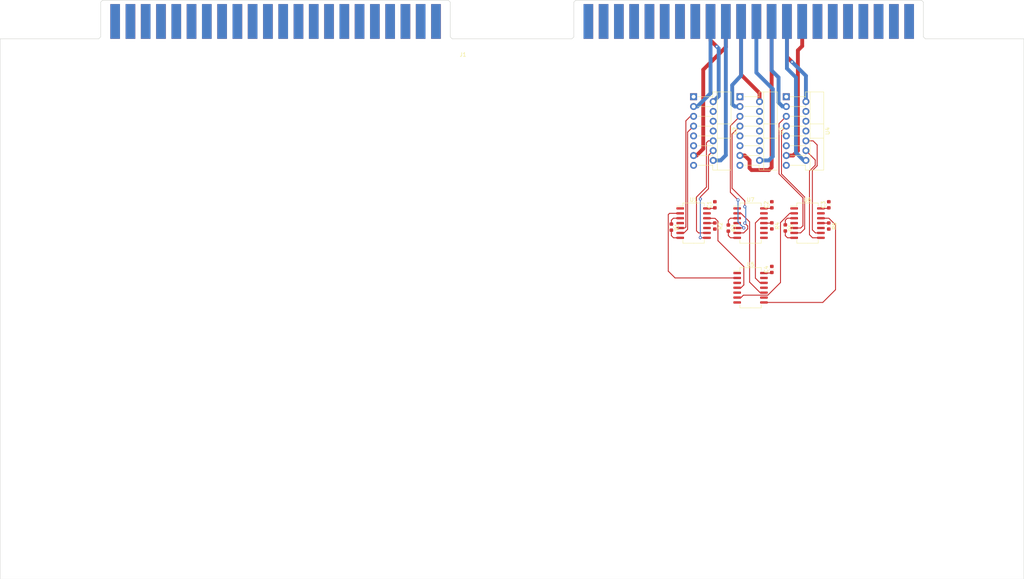
<source format=kicad_pcb>
(kicad_pcb (version 20171130) (host pcbnew "(5.1.6)-1")

  (general
    (thickness 1.6)
    (drawings 3)
    (tracks 197)
    (zones 0)
    (modules 18)
    (nets 149)
  )

  (page A3)
  (layers
    (0 F.Cu signal)
    (31 B.Cu signal)
    (32 B.Adhes user)
    (33 F.Adhes user)
    (34 B.Paste user)
    (35 F.Paste user)
    (36 B.SilkS user)
    (37 F.SilkS user)
    (38 B.Mask user)
    (39 F.Mask user)
    (40 Dwgs.User user)
    (41 Cmts.User user)
    (42 Eco1.User user)
    (43 Eco2.User user)
    (44 Edge.Cuts user)
    (45 Margin user)
    (46 B.CrtYd user)
    (47 F.CrtYd user)
    (48 B.Fab user)
    (49 F.Fab user)
  )

  (setup
    (last_trace_width 0.25)
    (trace_clearance 0.2)
    (zone_clearance 0.508)
    (zone_45_only no)
    (trace_min 0.2)
    (via_size 0.8)
    (via_drill 0.4)
    (via_min_size 0.4)
    (via_min_drill 0.3)
    (uvia_size 0.3)
    (uvia_drill 0.1)
    (uvias_allowed no)
    (uvia_min_size 0.2)
    (uvia_min_drill 0.1)
    (edge_width 0.1)
    (segment_width 0.2)
    (pcb_text_width 0.3)
    (pcb_text_size 1.5 1.5)
    (mod_edge_width 0.15)
    (mod_text_size 1 1)
    (mod_text_width 0.15)
    (pad_size 1.524 1.524)
    (pad_drill 0.762)
    (pad_to_mask_clearance 0)
    (aux_axis_origin 0 0)
    (visible_elements 7FFFFFFF)
    (pcbplotparams
      (layerselection 0x010fc_ffffffff)
      (usegerberextensions false)
      (usegerberattributes true)
      (usegerberadvancedattributes true)
      (creategerberjobfile true)
      (excludeedgelayer true)
      (linewidth 0.100000)
      (plotframeref false)
      (viasonmask false)
      (mode 1)
      (useauxorigin false)
      (hpglpennumber 1)
      (hpglpenspeed 20)
      (hpglpendiameter 15.000000)
      (psnegative false)
      (psa4output false)
      (plotreference true)
      (plotvalue true)
      (plotinvisibletext false)
      (padsonsilk false)
      (subtractmaskfromsilk false)
      (outputformat 1)
      (mirror false)
      (drillshape 1)
      (scaleselection 1)
      (outputdirectory ""))
  )

  (net 0 "")
  (net 1 "Net-(J1-Pad44A)")
  (net 2 "Net-(J1-Pad43A)")
  (net 3 "Net-(J1-Pad42A)")
  (net 4 "Net-(J1-Pad41A)")
  (net 5 "Net-(J1-Pad40A)")
  (net 6 "Net-(J1-Pad39A)")
  (net 7 "Net-(J1-Pad38A)")
  (net 8 F.1)
  (net 9 E.1)
  (net 10 D.1)
  (net 11 "Net-(J1-Pad34A)")
  (net 12 C.1)
  (net 13 B.1)
  (net 14 A.1)
  (net 15 "Net-(J1-Pad30A)")
  (net 16 F.3)
  (net 17 E.3)
  (net 18 D.3)
  (net 19 "Net-(J1-Pad26A)")
  (net 20 C.3)
  (net 21 B.3)
  (net 22 "Net-(J1-Pad22A)")
  (net 23 "Net-(J1-Pad21A)")
  (net 24 "Net-(J1-Pad20A)")
  (net 25 "Net-(J1-Pad19A)")
  (net 26 "Net-(J1-Pad18A)")
  (net 27 "Net-(J1-Pad17A)")
  (net 28 "Net-(J1-Pad16A)")
  (net 29 "Net-(J1-Pad15A)")
  (net 30 "Net-(J1-Pad14A)")
  (net 31 "Net-(J1-Pad13A)")
  (net 32 "Net-(J1-Pad12A)")
  (net 33 G.3)
  (net 34 G.4)
  (net 35 "Net-(J1-Pad9A)")
  (net 36 "Net-(J1-Pad7A)")
  (net 37 "Net-(J1-Pad5A)")
  (net 38 "Net-(J1-Pad4A)")
  (net 39 "Net-(J1-Pad3A)")
  (net 40 "Net-(J1-Pad2A)")
  (net 41 A.3)
  (net 42 "Net-(J1-Pad1A)")
  (net 43 "Net-(J1-Pad1B)")
  (net 44 "Net-(J1-Pad2B)")
  (net 45 "Net-(J1-Pad3B)")
  (net 46 "Net-(J1-Pad4B)")
  (net 47 "Net-(J1-Pad5B)")
  (net 48 "Net-(J1-Pad7B)")
  (net 49 G.5)
  (net 50 G.6)
  (net 51 "Net-(J1-Pad15B)")
  (net 52 "Net-(J1-Pad16B)")
  (net 53 "Net-(J1-Pad21B)")
  (net 54 "Net-(J1-Pad22B)")
  (net 55 "Net-(J1-Pad23B)")
  (net 56 "Net-(J1-Pad24B)")
  (net 57 ABCDEF.4)
  (net 58 ABCDEF.6)
  (net 59 ABCDEF.5)
  (net 60 "Net-(J1-Pad29B)")
  (net 61 "Net-(J1-Pad30B)")
  (net 62 A.2)
  (net 63 B.2)
  (net 64 C.2)
  (net 65 D.2)
  (net 66 E.2)
  (net 67 F.2)
  (net 68 "Net-(J1-Pad37B)")
  (net 69 "Net-(J1-Pad38B)")
  (net 70 "Net-(J1-Pad39B)")
  (net 71 "Net-(J1-Pad40B)")
  (net 72 "Net-(J1-Pad41B)")
  (net 73 "Net-(J1-Pad42B)")
  (net 74 "Net-(J1-Pad43B)")
  (net 75 "Net-(J1-Pad44B)")
  (net 76 "Net-(J1-Pad6B)")
  (net 77 "Net-(J1-Pad8B)")
  (net 78 "Net-(J1-Pad25B)")
  (net 79 "Net-(J1-Pad26B)")
  (net 80 "Net-(J1-Pad27B)")
  (net 81 "Net-(J1-Pad28B)")
  (net 82 "Net-(J1-Pad31B)")
  (net 83 "Net-(J1-Pad32B)")
  (net 84 "Net-(J1-Pad33B)")
  (net 85 "Net-(J1-Pad36B)")
  (net 86 "Net-(U1-Pad1)")
  (net 87 "Net-(U1-Pad13)")
  (net 88 "Net-(U1-Pad12)")
  (net 89 "Net-(U1-Pad10)")
  (net 90 "Net-(U1-Pad4)")
  (net 91 "Net-(U1-Pad2)")
  (net 92 "Net-(U2-Pad15)")
  (net 93 "Net-(U2-Pad9)")
  (net 94 "Net-(U2-Pad4)")
  (net 95 "Net-(U2-Pad1)")
  (net 96 "Net-(U3-Pad15)")
  (net 97 "Net-(U3-Pad9)")
  (net 98 "Net-(U3-Pad4)")
  (net 99 "Net-(U3-Pad1)")
  (net 100 "Net-(U4-Pad15)")
  (net 101 "Net-(U4-Pad9)")
  (net 102 "Net-(U4-Pad4)")
  (net 103 "Net-(U4-Pad1)")
  (net 104 GND1)
  (net 105 GND)
  (net 106 +5V)
  (net 107 "Net-(R1-Pad1)")
  (net 108 "Net-(R2-Pad1)")
  (net 109 "Net-(R3-Pad1)")
  (net 110 "Net-(R4-Pad1)")
  (net 111 "Net-(R5-Pad1)")
  (net 112 "Net-(R6-Pad1)")
  (net 113 B_IN3)
  (net 114 B_IN4)
  (net 115 A_IN2)
  (net 116 A_IN1)
  (net 117 B_EN)
  (net 118 A_EN)
  (net 119 D_IN4)
  (net 120 D_EN)
  (net 121 D_IN3)
  (net 122 C_IN2)
  (net 123 C_EN)
  (net 124 C_IN1)
  (net 125 F_IN4)
  (net 126 F_EN)
  (net 127 F_IN3)
  (net 128 E_IN2)
  (net 129 E_EN)
  (net 130 E_IN1)
  (net 131 "Net-(U5-Pad13)")
  (net 132 "Net-(U5-Pad12)")
  (net 133 "Net-(U5-Pad11)")
  (net 134 "Net-(U5-Pad10)")
  (net 135 "Net-(U5-Pad9)")
  (net 136 "Net-(U5-Pad8)")
  (net 137 "Net-(U5-Pad6)")
  (net 138 "Net-(U5-Pad5)")
  (net 139 "Net-(U5-Pad3)")
  (net 140 "Net-(U5-Pad1)")
  (net 141 "Net-(U6-Pad13)")
  (net 142 "Net-(U6-Pad10)")
  (net 143 "Net-(U6-Pad4)")
  (net 144 "Net-(U6-Pad1)")
  (net 145 "Net-(U7-Pad13)")
  (net 146 "Net-(U7-Pad10)")
  (net 147 "Net-(U7-Pad4)")
  (net 148 "Net-(U7-Pad1)")

  (net_class Default "Dies ist die voreingestellte Netzklasse."
    (clearance 0.2)
    (trace_width 0.25)
    (via_dia 0.8)
    (via_drill 0.4)
    (uvia_dia 0.3)
    (uvia_drill 0.1)
    (add_net +5V)
    (add_net A.3)
    (add_net ABCDEF.4)
    (add_net ABCDEF.5)
    (add_net ABCDEF.6)
    (add_net A_EN)
    (add_net A_IN1)
    (add_net A_IN2)
    (add_net B.3)
    (add_net B_EN)
    (add_net B_IN3)
    (add_net B_IN4)
    (add_net C.3)
    (add_net C_EN)
    (add_net C_IN1)
    (add_net C_IN2)
    (add_net D.3)
    (add_net D_EN)
    (add_net D_IN3)
    (add_net D_IN4)
    (add_net E.3)
    (add_net E_EN)
    (add_net E_IN1)
    (add_net E_IN2)
    (add_net F.3)
    (add_net F_EN)
    (add_net F_IN3)
    (add_net F_IN4)
    (add_net G.3)
    (add_net G.4)
    (add_net G.5)
    (add_net G.6)
    (add_net GND)
    (add_net GND1)
    (add_net "Net-(J1-Pad12A)")
    (add_net "Net-(J1-Pad13A)")
    (add_net "Net-(J1-Pad14A)")
    (add_net "Net-(J1-Pad15A)")
    (add_net "Net-(J1-Pad15B)")
    (add_net "Net-(J1-Pad16A)")
    (add_net "Net-(J1-Pad16B)")
    (add_net "Net-(J1-Pad17A)")
    (add_net "Net-(J1-Pad18A)")
    (add_net "Net-(J1-Pad19A)")
    (add_net "Net-(J1-Pad1A)")
    (add_net "Net-(J1-Pad1B)")
    (add_net "Net-(J1-Pad20A)")
    (add_net "Net-(J1-Pad21A)")
    (add_net "Net-(J1-Pad21B)")
    (add_net "Net-(J1-Pad22A)")
    (add_net "Net-(J1-Pad22B)")
    (add_net "Net-(J1-Pad23B)")
    (add_net "Net-(J1-Pad24B)")
    (add_net "Net-(J1-Pad25B)")
    (add_net "Net-(J1-Pad26A)")
    (add_net "Net-(J1-Pad26B)")
    (add_net "Net-(J1-Pad27B)")
    (add_net "Net-(J1-Pad28B)")
    (add_net "Net-(J1-Pad29B)")
    (add_net "Net-(J1-Pad2A)")
    (add_net "Net-(J1-Pad2B)")
    (add_net "Net-(J1-Pad30A)")
    (add_net "Net-(J1-Pad30B)")
    (add_net "Net-(J1-Pad31B)")
    (add_net "Net-(J1-Pad32B)")
    (add_net "Net-(J1-Pad33B)")
    (add_net "Net-(J1-Pad34A)")
    (add_net "Net-(J1-Pad36B)")
    (add_net "Net-(J1-Pad37B)")
    (add_net "Net-(J1-Pad38A)")
    (add_net "Net-(J1-Pad38B)")
    (add_net "Net-(J1-Pad39A)")
    (add_net "Net-(J1-Pad39B)")
    (add_net "Net-(J1-Pad3A)")
    (add_net "Net-(J1-Pad3B)")
    (add_net "Net-(J1-Pad40A)")
    (add_net "Net-(J1-Pad40B)")
    (add_net "Net-(J1-Pad41A)")
    (add_net "Net-(J1-Pad41B)")
    (add_net "Net-(J1-Pad42A)")
    (add_net "Net-(J1-Pad42B)")
    (add_net "Net-(J1-Pad43A)")
    (add_net "Net-(J1-Pad43B)")
    (add_net "Net-(J1-Pad44A)")
    (add_net "Net-(J1-Pad44B)")
    (add_net "Net-(J1-Pad4A)")
    (add_net "Net-(J1-Pad4B)")
    (add_net "Net-(J1-Pad5A)")
    (add_net "Net-(J1-Pad5B)")
    (add_net "Net-(J1-Pad6B)")
    (add_net "Net-(J1-Pad7A)")
    (add_net "Net-(J1-Pad7B)")
    (add_net "Net-(J1-Pad8B)")
    (add_net "Net-(J1-Pad9A)")
    (add_net "Net-(R1-Pad1)")
    (add_net "Net-(R2-Pad1)")
    (add_net "Net-(R3-Pad1)")
    (add_net "Net-(R4-Pad1)")
    (add_net "Net-(R5-Pad1)")
    (add_net "Net-(R6-Pad1)")
    (add_net "Net-(U1-Pad1)")
    (add_net "Net-(U1-Pad10)")
    (add_net "Net-(U1-Pad12)")
    (add_net "Net-(U1-Pad13)")
    (add_net "Net-(U1-Pad2)")
    (add_net "Net-(U1-Pad4)")
    (add_net "Net-(U2-Pad1)")
    (add_net "Net-(U2-Pad15)")
    (add_net "Net-(U2-Pad4)")
    (add_net "Net-(U2-Pad9)")
    (add_net "Net-(U3-Pad1)")
    (add_net "Net-(U3-Pad15)")
    (add_net "Net-(U3-Pad4)")
    (add_net "Net-(U3-Pad9)")
    (add_net "Net-(U4-Pad1)")
    (add_net "Net-(U4-Pad15)")
    (add_net "Net-(U4-Pad4)")
    (add_net "Net-(U4-Pad9)")
    (add_net "Net-(U5-Pad1)")
    (add_net "Net-(U5-Pad10)")
    (add_net "Net-(U5-Pad11)")
    (add_net "Net-(U5-Pad12)")
    (add_net "Net-(U5-Pad13)")
    (add_net "Net-(U5-Pad3)")
    (add_net "Net-(U5-Pad5)")
    (add_net "Net-(U5-Pad6)")
    (add_net "Net-(U5-Pad8)")
    (add_net "Net-(U5-Pad9)")
    (add_net "Net-(U6-Pad1)")
    (add_net "Net-(U6-Pad10)")
    (add_net "Net-(U6-Pad13)")
    (add_net "Net-(U6-Pad4)")
    (add_net "Net-(U7-Pad1)")
    (add_net "Net-(U7-Pad10)")
    (add_net "Net-(U7-Pad13)")
    (add_net "Net-(U7-Pad4)")
  )

  (net_class Motor ""
    (clearance 0.2)
    (trace_width 1)
    (via_dia 0.8)
    (via_drill 0.4)
    (uvia_dia 0.3)
    (uvia_drill 0.1)
    (add_net A.1)
    (add_net A.2)
    (add_net B.1)
    (add_net B.2)
    (add_net C.1)
    (add_net C.2)
    (add_net D.1)
    (add_net D.2)
    (add_net E.1)
    (add_net E.2)
    (add_net F.1)
    (add_net F.2)
  )

  (module Package_SO:SO-14_5.3x10.2mm_P1.27mm (layer F.Cu) (tedit 5EA5315B) (tstamp 5F711A1E)
    (at 273.25 125.25)
    (descr "SO, 14 Pin (https://www.ti.com/lit/ml/msop002a/msop002a.pdf), generated with kicad-footprint-generator ipc_gullwing_generator.py")
    (tags "SO SO")
    (path /5F6AFC19/5F6C65D9)
    (attr smd)
    (fp_text reference U7 (at 0 -6.05) (layer F.SilkS)
      (effects (font (size 1 1) (thickness 0.15)))
    )
    (fp_text value 74HC74 (at 0 6.05) (layer F.Fab)
      (effects (font (size 1 1) (thickness 0.15)))
    )
    (fp_text user %R (at 0 0) (layer F.Fab)
      (effects (font (size 1 1) (thickness 0.15)))
    )
    (fp_line (start 0 5.21) (end 2.76 5.21) (layer F.SilkS) (width 0.12))
    (fp_line (start 2.76 5.21) (end 2.76 4.37) (layer F.SilkS) (width 0.12))
    (fp_line (start 0 5.21) (end -2.76 5.21) (layer F.SilkS) (width 0.12))
    (fp_line (start -2.76 5.21) (end -2.76 4.37) (layer F.SilkS) (width 0.12))
    (fp_line (start 0 -5.21) (end 2.76 -5.21) (layer F.SilkS) (width 0.12))
    (fp_line (start 2.76 -5.21) (end 2.76 -4.37) (layer F.SilkS) (width 0.12))
    (fp_line (start 0 -5.21) (end -2.76 -5.21) (layer F.SilkS) (width 0.12))
    (fp_line (start -2.76 -5.21) (end -2.76 -4.37) (layer F.SilkS) (width 0.12))
    (fp_line (start -2.76 -4.37) (end -4.45 -4.37) (layer F.SilkS) (width 0.12))
    (fp_line (start -1.65 -5.1) (end 2.65 -5.1) (layer F.Fab) (width 0.1))
    (fp_line (start 2.65 -5.1) (end 2.65 5.1) (layer F.Fab) (width 0.1))
    (fp_line (start 2.65 5.1) (end -2.65 5.1) (layer F.Fab) (width 0.1))
    (fp_line (start -2.65 5.1) (end -2.65 -4.1) (layer F.Fab) (width 0.1))
    (fp_line (start -2.65 -4.1) (end -1.65 -5.1) (layer F.Fab) (width 0.1))
    (fp_line (start -4.7 -5.35) (end -4.7 5.35) (layer F.CrtYd) (width 0.05))
    (fp_line (start -4.7 5.35) (end 4.7 5.35) (layer F.CrtYd) (width 0.05))
    (fp_line (start 4.7 5.35) (end 4.7 -5.35) (layer F.CrtYd) (width 0.05))
    (fp_line (start 4.7 -5.35) (end -4.7 -5.35) (layer F.CrtYd) (width 0.05))
    (pad 14 smd roundrect (at 3.4625 -3.81) (size 1.975 0.6) (layers F.Cu F.Paste F.Mask) (roundrect_rratio 0.25)
      (net 106 +5V))
    (pad 13 smd roundrect (at 3.4625 -2.54) (size 1.975 0.6) (layers F.Cu F.Paste F.Mask) (roundrect_rratio 0.25)
      (net 145 "Net-(U7-Pad13)"))
    (pad 12 smd roundrect (at 3.4625 -1.27) (size 1.975 0.6) (layers F.Cu F.Paste F.Mask) (roundrect_rratio 0.25)
      (net 132 "Net-(U5-Pad12)"))
    (pad 11 smd roundrect (at 3.4625 0) (size 1.975 0.6) (layers F.Cu F.Paste F.Mask) (roundrect_rratio 0.25)
      (net 110 "Net-(R4-Pad1)"))
    (pad 10 smd roundrect (at 3.4625 1.27) (size 1.975 0.6) (layers F.Cu F.Paste F.Mask) (roundrect_rratio 0.25)
      (net 146 "Net-(U7-Pad10)"))
    (pad 9 smd roundrect (at 3.4625 2.54) (size 1.975 0.6) (layers F.Cu F.Paste F.Mask) (roundrect_rratio 0.25)
      (net 121 D_IN3))
    (pad 8 smd roundrect (at 3.4625 3.81) (size 1.975 0.6) (layers F.Cu F.Paste F.Mask) (roundrect_rratio 0.25)
      (net 119 D_IN4))
    (pad 7 smd roundrect (at -3.4625 3.81) (size 1.975 0.6) (layers F.Cu F.Paste F.Mask) (roundrect_rratio 0.25)
      (net 105 GND))
    (pad 6 smd roundrect (at -3.4625 2.54) (size 1.975 0.6) (layers F.Cu F.Paste F.Mask) (roundrect_rratio 0.25)
      (net 122 C_IN2))
    (pad 5 smd roundrect (at -3.4625 1.27) (size 1.975 0.6) (layers F.Cu F.Paste F.Mask) (roundrect_rratio 0.25)
      (net 124 C_IN1))
    (pad 4 smd roundrect (at -3.4625 0) (size 1.975 0.6) (layers F.Cu F.Paste F.Mask) (roundrect_rratio 0.25)
      (net 147 "Net-(U7-Pad4)"))
    (pad 3 smd roundrect (at -3.4625 -1.27) (size 1.975 0.6) (layers F.Cu F.Paste F.Mask) (roundrect_rratio 0.25)
      (net 109 "Net-(R3-Pad1)"))
    (pad 2 smd roundrect (at -3.4625 -2.54) (size 1.975 0.6) (layers F.Cu F.Paste F.Mask) (roundrect_rratio 0.25)
      (net 134 "Net-(U5-Pad10)"))
    (pad 1 smd roundrect (at -3.4625 -3.81) (size 1.975 0.6) (layers F.Cu F.Paste F.Mask) (roundrect_rratio 0.25)
      (net 148 "Net-(U7-Pad1)"))
    (model ${KISYS3DMOD}/Package_SO.3dshapes/SO-14_5.3x10.2mm_P1.27mm.wrl
      (at (xyz 0 0 0))
      (scale (xyz 1 1 1))
      (rotate (xyz 0 0 0))
    )
  )

  (module Package_SO:SO-14_5.3x10.2mm_P1.27mm (layer F.Cu) (tedit 5EA5315B) (tstamp 5F713200)
    (at 288 125.25)
    (descr "SO, 14 Pin (https://www.ti.com/lit/ml/msop002a/msop002a.pdf), generated with kicad-footprint-generator ipc_gullwing_generator.py")
    (tags "SO SO")
    (path /5F6AFC19/5F6C55CA)
    (attr smd)
    (fp_text reference U6 (at 0 -6.05) (layer F.SilkS)
      (effects (font (size 1 1) (thickness 0.15)))
    )
    (fp_text value 74HC74 (at 0 6.05) (layer F.Fab)
      (effects (font (size 1 1) (thickness 0.15)))
    )
    (fp_text user %R (at 0 0) (layer F.Fab)
      (effects (font (size 1 1) (thickness 0.15)))
    )
    (fp_line (start 0 5.21) (end 2.76 5.21) (layer F.SilkS) (width 0.12))
    (fp_line (start 2.76 5.21) (end 2.76 4.37) (layer F.SilkS) (width 0.12))
    (fp_line (start 0 5.21) (end -2.76 5.21) (layer F.SilkS) (width 0.12))
    (fp_line (start -2.76 5.21) (end -2.76 4.37) (layer F.SilkS) (width 0.12))
    (fp_line (start 0 -5.21) (end 2.76 -5.21) (layer F.SilkS) (width 0.12))
    (fp_line (start 2.76 -5.21) (end 2.76 -4.37) (layer F.SilkS) (width 0.12))
    (fp_line (start 0 -5.21) (end -2.76 -5.21) (layer F.SilkS) (width 0.12))
    (fp_line (start -2.76 -5.21) (end -2.76 -4.37) (layer F.SilkS) (width 0.12))
    (fp_line (start -2.76 -4.37) (end -4.45 -4.37) (layer F.SilkS) (width 0.12))
    (fp_line (start -1.65 -5.1) (end 2.65 -5.1) (layer F.Fab) (width 0.1))
    (fp_line (start 2.65 -5.1) (end 2.65 5.1) (layer F.Fab) (width 0.1))
    (fp_line (start 2.65 5.1) (end -2.65 5.1) (layer F.Fab) (width 0.1))
    (fp_line (start -2.65 5.1) (end -2.65 -4.1) (layer F.Fab) (width 0.1))
    (fp_line (start -2.65 -4.1) (end -1.65 -5.1) (layer F.Fab) (width 0.1))
    (fp_line (start -4.7 -5.35) (end -4.7 5.35) (layer F.CrtYd) (width 0.05))
    (fp_line (start -4.7 5.35) (end 4.7 5.35) (layer F.CrtYd) (width 0.05))
    (fp_line (start 4.7 5.35) (end 4.7 -5.35) (layer F.CrtYd) (width 0.05))
    (fp_line (start 4.7 -5.35) (end -4.7 -5.35) (layer F.CrtYd) (width 0.05))
    (pad 14 smd roundrect (at 3.4625 -3.81) (size 1.975 0.6) (layers F.Cu F.Paste F.Mask) (roundrect_rratio 0.25)
      (net 106 +5V))
    (pad 13 smd roundrect (at 3.4625 -2.54) (size 1.975 0.6) (layers F.Cu F.Paste F.Mask) (roundrect_rratio 0.25)
      (net 141 "Net-(U6-Pad13)"))
    (pad 12 smd roundrect (at 3.4625 -1.27) (size 1.975 0.6) (layers F.Cu F.Paste F.Mask) (roundrect_rratio 0.25)
      (net 136 "Net-(U5-Pad8)"))
    (pad 11 smd roundrect (at 3.4625 0) (size 1.975 0.6) (layers F.Cu F.Paste F.Mask) (roundrect_rratio 0.25)
      (net 112 "Net-(R6-Pad1)"))
    (pad 10 smd roundrect (at 3.4625 1.27) (size 1.975 0.6) (layers F.Cu F.Paste F.Mask) (roundrect_rratio 0.25)
      (net 142 "Net-(U6-Pad10)"))
    (pad 9 smd roundrect (at 3.4625 2.54) (size 1.975 0.6) (layers F.Cu F.Paste F.Mask) (roundrect_rratio 0.25)
      (net 127 F_IN3))
    (pad 8 smd roundrect (at 3.4625 3.81) (size 1.975 0.6) (layers F.Cu F.Paste F.Mask) (roundrect_rratio 0.25)
      (net 125 F_IN4))
    (pad 7 smd roundrect (at -3.4625 3.81) (size 1.975 0.6) (layers F.Cu F.Paste F.Mask) (roundrect_rratio 0.25)
      (net 105 GND))
    (pad 6 smd roundrect (at -3.4625 2.54) (size 1.975 0.6) (layers F.Cu F.Paste F.Mask) (roundrect_rratio 0.25)
      (net 128 E_IN2))
    (pad 5 smd roundrect (at -3.4625 1.27) (size 1.975 0.6) (layers F.Cu F.Paste F.Mask) (roundrect_rratio 0.25)
      (net 130 E_IN1))
    (pad 4 smd roundrect (at -3.4625 0) (size 1.975 0.6) (layers F.Cu F.Paste F.Mask) (roundrect_rratio 0.25)
      (net 143 "Net-(U6-Pad4)"))
    (pad 3 smd roundrect (at -3.4625 -1.27) (size 1.975 0.6) (layers F.Cu F.Paste F.Mask) (roundrect_rratio 0.25)
      (net 111 "Net-(R5-Pad1)"))
    (pad 2 smd roundrect (at -3.4625 -2.54) (size 1.975 0.6) (layers F.Cu F.Paste F.Mask) (roundrect_rratio 0.25)
      (net 137 "Net-(U5-Pad6)"))
    (pad 1 smd roundrect (at -3.4625 -3.81) (size 1.975 0.6) (layers F.Cu F.Paste F.Mask) (roundrect_rratio 0.25)
      (net 144 "Net-(U6-Pad1)"))
    (model ${KISYS3DMOD}/Package_SO.3dshapes/SO-14_5.3x10.2mm_P1.27mm.wrl
      (at (xyz 0 0 0))
      (scale (xyz 1 1 1))
      (rotate (xyz 0 0 0))
    )
  )

  (module Package_SO:SO-14_5.3x10.2mm_P1.27mm (layer F.Cu) (tedit 5EA5315B) (tstamp 5F7119D4)
    (at 273.25 142)
    (descr "SO, 14 Pin (https://www.ti.com/lit/ml/msop002a/msop002a.pdf), generated with kicad-footprint-generator ipc_gullwing_generator.py")
    (tags "SO SO")
    (path /5F6AFC19/5F711BEE)
    (attr smd)
    (fp_text reference U5 (at 0 -6.05) (layer F.SilkS)
      (effects (font (size 1 1) (thickness 0.15)))
    )
    (fp_text value 74AHC04 (at 0 6.05) (layer F.Fab)
      (effects (font (size 1 1) (thickness 0.15)))
    )
    (fp_text user %R (at 0 0) (layer F.Fab)
      (effects (font (size 1 1) (thickness 0.15)))
    )
    (fp_line (start 0 5.21) (end 2.76 5.21) (layer F.SilkS) (width 0.12))
    (fp_line (start 2.76 5.21) (end 2.76 4.37) (layer F.SilkS) (width 0.12))
    (fp_line (start 0 5.21) (end -2.76 5.21) (layer F.SilkS) (width 0.12))
    (fp_line (start -2.76 5.21) (end -2.76 4.37) (layer F.SilkS) (width 0.12))
    (fp_line (start 0 -5.21) (end 2.76 -5.21) (layer F.SilkS) (width 0.12))
    (fp_line (start 2.76 -5.21) (end 2.76 -4.37) (layer F.SilkS) (width 0.12))
    (fp_line (start 0 -5.21) (end -2.76 -5.21) (layer F.SilkS) (width 0.12))
    (fp_line (start -2.76 -5.21) (end -2.76 -4.37) (layer F.SilkS) (width 0.12))
    (fp_line (start -2.76 -4.37) (end -4.45 -4.37) (layer F.SilkS) (width 0.12))
    (fp_line (start -1.65 -5.1) (end 2.65 -5.1) (layer F.Fab) (width 0.1))
    (fp_line (start 2.65 -5.1) (end 2.65 5.1) (layer F.Fab) (width 0.1))
    (fp_line (start 2.65 5.1) (end -2.65 5.1) (layer F.Fab) (width 0.1))
    (fp_line (start -2.65 5.1) (end -2.65 -4.1) (layer F.Fab) (width 0.1))
    (fp_line (start -2.65 -4.1) (end -1.65 -5.1) (layer F.Fab) (width 0.1))
    (fp_line (start -4.7 -5.35) (end -4.7 5.35) (layer F.CrtYd) (width 0.05))
    (fp_line (start -4.7 5.35) (end 4.7 5.35) (layer F.CrtYd) (width 0.05))
    (fp_line (start 4.7 5.35) (end 4.7 -5.35) (layer F.CrtYd) (width 0.05))
    (fp_line (start 4.7 -5.35) (end -4.7 -5.35) (layer F.CrtYd) (width 0.05))
    (pad 14 smd roundrect (at 3.4625 -3.81) (size 1.975 0.6) (layers F.Cu F.Paste F.Mask) (roundrect_rratio 0.25)
      (net 106 +5V))
    (pad 13 smd roundrect (at 3.4625 -2.54) (size 1.975 0.6) (layers F.Cu F.Paste F.Mask) (roundrect_rratio 0.25)
      (net 131 "Net-(U5-Pad13)"))
    (pad 12 smd roundrect (at 3.4625 -1.27) (size 1.975 0.6) (layers F.Cu F.Paste F.Mask) (roundrect_rratio 0.25)
      (net 132 "Net-(U5-Pad12)"))
    (pad 11 smd roundrect (at 3.4625 0) (size 1.975 0.6) (layers F.Cu F.Paste F.Mask) (roundrect_rratio 0.25)
      (net 133 "Net-(U5-Pad11)"))
    (pad 10 smd roundrect (at 3.4625 1.27) (size 1.975 0.6) (layers F.Cu F.Paste F.Mask) (roundrect_rratio 0.25)
      (net 134 "Net-(U5-Pad10)"))
    (pad 9 smd roundrect (at 3.4625 2.54) (size 1.975 0.6) (layers F.Cu F.Paste F.Mask) (roundrect_rratio 0.25)
      (net 135 "Net-(U5-Pad9)"))
    (pad 8 smd roundrect (at 3.4625 3.81) (size 1.975 0.6) (layers F.Cu F.Paste F.Mask) (roundrect_rratio 0.25)
      (net 136 "Net-(U5-Pad8)"))
    (pad 7 smd roundrect (at -3.4625 3.81) (size 1.975 0.6) (layers F.Cu F.Paste F.Mask) (roundrect_rratio 0.25)
      (net 105 GND))
    (pad 6 smd roundrect (at -3.4625 2.54) (size 1.975 0.6) (layers F.Cu F.Paste F.Mask) (roundrect_rratio 0.25)
      (net 137 "Net-(U5-Pad6)"))
    (pad 5 smd roundrect (at -3.4625 1.27) (size 1.975 0.6) (layers F.Cu F.Paste F.Mask) (roundrect_rratio 0.25)
      (net 138 "Net-(U5-Pad5)"))
    (pad 4 smd roundrect (at -3.4625 0) (size 1.975 0.6) (layers F.Cu F.Paste F.Mask) (roundrect_rratio 0.25)
      (net 88 "Net-(U1-Pad12)"))
    (pad 3 smd roundrect (at -3.4625 -1.27) (size 1.975 0.6) (layers F.Cu F.Paste F.Mask) (roundrect_rratio 0.25)
      (net 139 "Net-(U5-Pad3)"))
    (pad 2 smd roundrect (at -3.4625 -2.54) (size 1.975 0.6) (layers F.Cu F.Paste F.Mask) (roundrect_rratio 0.25)
      (net 91 "Net-(U1-Pad2)"))
    (pad 1 smd roundrect (at -3.4625 -3.81) (size 1.975 0.6) (layers F.Cu F.Paste F.Mask) (roundrect_rratio 0.25)
      (net 140 "Net-(U5-Pad1)"))
    (model ${KISYS3DMOD}/Package_SO.3dshapes/SO-14_5.3x10.2mm_P1.27mm.wrl
      (at (xyz 0 0 0))
      (scale (xyz 1 1 1))
      (rotate (xyz 0 0 0))
    )
  )

  (module Package_SO:SO-14_5.3x10.2mm_P1.27mm (layer F.Cu) (tedit 5EA5315B) (tstamp 5F712FBD)
    (at 258.5 125.25)
    (descr "SO, 14 Pin (https://www.ti.com/lit/ml/msop002a/msop002a.pdf), generated with kicad-footprint-generator ipc_gullwing_generator.py")
    (tags "SO SO")
    (path /5F6AFC19/5F6BAE3E)
    (attr smd)
    (fp_text reference U1 (at 0 -6.05) (layer F.SilkS)
      (effects (font (size 1 1) (thickness 0.15)))
    )
    (fp_text value 74HC74 (at 0 6.05) (layer F.Fab)
      (effects (font (size 1 1) (thickness 0.15)))
    )
    (fp_text user %R (at 0 0) (layer F.Fab)
      (effects (font (size 1 1) (thickness 0.15)))
    )
    (fp_line (start 0 5.21) (end 2.76 5.21) (layer F.SilkS) (width 0.12))
    (fp_line (start 2.76 5.21) (end 2.76 4.37) (layer F.SilkS) (width 0.12))
    (fp_line (start 0 5.21) (end -2.76 5.21) (layer F.SilkS) (width 0.12))
    (fp_line (start -2.76 5.21) (end -2.76 4.37) (layer F.SilkS) (width 0.12))
    (fp_line (start 0 -5.21) (end 2.76 -5.21) (layer F.SilkS) (width 0.12))
    (fp_line (start 2.76 -5.21) (end 2.76 -4.37) (layer F.SilkS) (width 0.12))
    (fp_line (start 0 -5.21) (end -2.76 -5.21) (layer F.SilkS) (width 0.12))
    (fp_line (start -2.76 -5.21) (end -2.76 -4.37) (layer F.SilkS) (width 0.12))
    (fp_line (start -2.76 -4.37) (end -4.45 -4.37) (layer F.SilkS) (width 0.12))
    (fp_line (start -1.65 -5.1) (end 2.65 -5.1) (layer F.Fab) (width 0.1))
    (fp_line (start 2.65 -5.1) (end 2.65 5.1) (layer F.Fab) (width 0.1))
    (fp_line (start 2.65 5.1) (end -2.65 5.1) (layer F.Fab) (width 0.1))
    (fp_line (start -2.65 5.1) (end -2.65 -4.1) (layer F.Fab) (width 0.1))
    (fp_line (start -2.65 -4.1) (end -1.65 -5.1) (layer F.Fab) (width 0.1))
    (fp_line (start -4.7 -5.35) (end -4.7 5.35) (layer F.CrtYd) (width 0.05))
    (fp_line (start -4.7 5.35) (end 4.7 5.35) (layer F.CrtYd) (width 0.05))
    (fp_line (start 4.7 5.35) (end 4.7 -5.35) (layer F.CrtYd) (width 0.05))
    (fp_line (start 4.7 -5.35) (end -4.7 -5.35) (layer F.CrtYd) (width 0.05))
    (pad 14 smd roundrect (at 3.4625 -3.81) (size 1.975 0.6) (layers F.Cu F.Paste F.Mask) (roundrect_rratio 0.25)
      (net 106 +5V))
    (pad 13 smd roundrect (at 3.4625 -2.54) (size 1.975 0.6) (layers F.Cu F.Paste F.Mask) (roundrect_rratio 0.25)
      (net 87 "Net-(U1-Pad13)"))
    (pad 12 smd roundrect (at 3.4625 -1.27) (size 1.975 0.6) (layers F.Cu F.Paste F.Mask) (roundrect_rratio 0.25)
      (net 88 "Net-(U1-Pad12)"))
    (pad 11 smd roundrect (at 3.4625 0) (size 1.975 0.6) (layers F.Cu F.Paste F.Mask) (roundrect_rratio 0.25)
      (net 108 "Net-(R2-Pad1)"))
    (pad 10 smd roundrect (at 3.4625 1.27) (size 1.975 0.6) (layers F.Cu F.Paste F.Mask) (roundrect_rratio 0.25)
      (net 89 "Net-(U1-Pad10)"))
    (pad 9 smd roundrect (at 3.4625 2.54) (size 1.975 0.6) (layers F.Cu F.Paste F.Mask) (roundrect_rratio 0.25)
      (net 113 B_IN3))
    (pad 8 smd roundrect (at 3.4625 3.81) (size 1.975 0.6) (layers F.Cu F.Paste F.Mask) (roundrect_rratio 0.25)
      (net 114 B_IN4))
    (pad 7 smd roundrect (at -3.4625 3.81) (size 1.975 0.6) (layers F.Cu F.Paste F.Mask) (roundrect_rratio 0.25)
      (net 105 GND))
    (pad 6 smd roundrect (at -3.4625 2.54) (size 1.975 0.6) (layers F.Cu F.Paste F.Mask) (roundrect_rratio 0.25)
      (net 115 A_IN2))
    (pad 5 smd roundrect (at -3.4625 1.27) (size 1.975 0.6) (layers F.Cu F.Paste F.Mask) (roundrect_rratio 0.25)
      (net 116 A_IN1))
    (pad 4 smd roundrect (at -3.4625 0) (size 1.975 0.6) (layers F.Cu F.Paste F.Mask) (roundrect_rratio 0.25)
      (net 90 "Net-(U1-Pad4)"))
    (pad 3 smd roundrect (at -3.4625 -1.27) (size 1.975 0.6) (layers F.Cu F.Paste F.Mask) (roundrect_rratio 0.25)
      (net 107 "Net-(R1-Pad1)"))
    (pad 2 smd roundrect (at -3.4625 -2.54) (size 1.975 0.6) (layers F.Cu F.Paste F.Mask) (roundrect_rratio 0.25)
      (net 91 "Net-(U1-Pad2)"))
    (pad 1 smd roundrect (at -3.4625 -3.81) (size 1.975 0.6) (layers F.Cu F.Paste F.Mask) (roundrect_rratio 0.25)
      (net 86 "Net-(U1-Pad1)"))
    (model ${KISYS3DMOD}/Package_SO.3dshapes/SO-14_5.3x10.2mm_P1.27mm.wrl
      (at (xyz 0 0 0))
      (scale (xyz 1 1 1))
      (rotate (xyz 0 0 0))
    )
  )

  (module Resistor_SMD:R_0603_1608Metric (layer F.Cu) (tedit 5B301BBD) (tstamp 5F713258)
    (at 293.5 126 270)
    (descr "Resistor SMD 0603 (1608 Metric), square (rectangular) end terminal, IPC_7351 nominal, (Body size source: http://www.tortai-tech.com/upload/download/2011102023233369053.pdf), generated with kicad-footprint-generator")
    (tags resistor)
    (path /5F6AFC19/5F769B64)
    (attr smd)
    (fp_text reference R6 (at 0 -1.43 90) (layer F.SilkS)
      (effects (font (size 1 1) (thickness 0.15)))
    )
    (fp_text value R (at 0 1.43 90) (layer F.Fab)
      (effects (font (size 1 1) (thickness 0.15)))
    )
    (fp_text user %R (at 0 0 90) (layer F.Fab)
      (effects (font (size 0.4 0.4) (thickness 0.06)))
    )
    (fp_line (start -0.8 0.4) (end -0.8 -0.4) (layer F.Fab) (width 0.1))
    (fp_line (start -0.8 -0.4) (end 0.8 -0.4) (layer F.Fab) (width 0.1))
    (fp_line (start 0.8 -0.4) (end 0.8 0.4) (layer F.Fab) (width 0.1))
    (fp_line (start 0.8 0.4) (end -0.8 0.4) (layer F.Fab) (width 0.1))
    (fp_line (start -0.162779 -0.51) (end 0.162779 -0.51) (layer F.SilkS) (width 0.12))
    (fp_line (start -0.162779 0.51) (end 0.162779 0.51) (layer F.SilkS) (width 0.12))
    (fp_line (start -1.48 0.73) (end -1.48 -0.73) (layer F.CrtYd) (width 0.05))
    (fp_line (start -1.48 -0.73) (end 1.48 -0.73) (layer F.CrtYd) (width 0.05))
    (fp_line (start 1.48 -0.73) (end 1.48 0.73) (layer F.CrtYd) (width 0.05))
    (fp_line (start 1.48 0.73) (end -1.48 0.73) (layer F.CrtYd) (width 0.05))
    (pad 2 smd roundrect (at 0.7875 0 270) (size 0.875 0.95) (layers F.Cu F.Paste F.Mask) (roundrect_rratio 0.25)
      (net 105 GND))
    (pad 1 smd roundrect (at -0.7875 0 270) (size 0.875 0.95) (layers F.Cu F.Paste F.Mask) (roundrect_rratio 0.25)
      (net 112 "Net-(R6-Pad1)"))
    (model ${KISYS3DMOD}/Resistor_SMD.3dshapes/R_0603_1608Metric.wrl
      (at (xyz 0 0 0))
      (scale (xyz 1 1 1))
      (rotate (xyz 0 0 0))
    )
  )

  (module Resistor_SMD:R_0603_1608Metric (layer F.Cu) (tedit 5B301BBD) (tstamp 5F711811)
    (at 282.25 126.5 270)
    (descr "Resistor SMD 0603 (1608 Metric), square (rectangular) end terminal, IPC_7351 nominal, (Body size source: http://www.tortai-tech.com/upload/download/2011102023233369053.pdf), generated with kicad-footprint-generator")
    (tags resistor)
    (path /5F6AFC19/5F75CB8F)
    (attr smd)
    (fp_text reference R5 (at 0 -1.43 90) (layer F.SilkS)
      (effects (font (size 1 1) (thickness 0.15)))
    )
    (fp_text value R (at 0 1.43 90) (layer F.Fab)
      (effects (font (size 1 1) (thickness 0.15)))
    )
    (fp_text user %R (at 0 0 90) (layer F.Fab)
      (effects (font (size 0.4 0.4) (thickness 0.06)))
    )
    (fp_line (start -0.8 0.4) (end -0.8 -0.4) (layer F.Fab) (width 0.1))
    (fp_line (start -0.8 -0.4) (end 0.8 -0.4) (layer F.Fab) (width 0.1))
    (fp_line (start 0.8 -0.4) (end 0.8 0.4) (layer F.Fab) (width 0.1))
    (fp_line (start 0.8 0.4) (end -0.8 0.4) (layer F.Fab) (width 0.1))
    (fp_line (start -0.162779 -0.51) (end 0.162779 -0.51) (layer F.SilkS) (width 0.12))
    (fp_line (start -0.162779 0.51) (end 0.162779 0.51) (layer F.SilkS) (width 0.12))
    (fp_line (start -1.48 0.73) (end -1.48 -0.73) (layer F.CrtYd) (width 0.05))
    (fp_line (start -1.48 -0.73) (end 1.48 -0.73) (layer F.CrtYd) (width 0.05))
    (fp_line (start 1.48 -0.73) (end 1.48 0.73) (layer F.CrtYd) (width 0.05))
    (fp_line (start 1.48 0.73) (end -1.48 0.73) (layer F.CrtYd) (width 0.05))
    (pad 2 smd roundrect (at 0.7875 0 270) (size 0.875 0.95) (layers F.Cu F.Paste F.Mask) (roundrect_rratio 0.25)
      (net 105 GND))
    (pad 1 smd roundrect (at -0.7875 0 270) (size 0.875 0.95) (layers F.Cu F.Paste F.Mask) (roundrect_rratio 0.25)
      (net 111 "Net-(R5-Pad1)"))
    (model ${KISYS3DMOD}/Resistor_SMD.3dshapes/R_0603_1608Metric.wrl
      (at (xyz 0 0 0))
      (scale (xyz 1 1 1))
      (rotate (xyz 0 0 0))
    )
  )

  (module Resistor_SMD:R_0603_1608Metric (layer F.Cu) (tedit 5B301BBD) (tstamp 5F711800)
    (at 278.75 125.9625 270)
    (descr "Resistor SMD 0603 (1608 Metric), square (rectangular) end terminal, IPC_7351 nominal, (Body size source: http://www.tortai-tech.com/upload/download/2011102023233369053.pdf), generated with kicad-footprint-generator")
    (tags resistor)
    (path /5F6AFC19/5F7835F1)
    (attr smd)
    (fp_text reference R4 (at 0 -1.43 90) (layer F.SilkS)
      (effects (font (size 1 1) (thickness 0.15)))
    )
    (fp_text value R (at 0 1.43 90) (layer F.Fab)
      (effects (font (size 1 1) (thickness 0.15)))
    )
    (fp_text user %R (at 0 0 90) (layer F.Fab)
      (effects (font (size 0.4 0.4) (thickness 0.06)))
    )
    (fp_line (start -0.8 0.4) (end -0.8 -0.4) (layer F.Fab) (width 0.1))
    (fp_line (start -0.8 -0.4) (end 0.8 -0.4) (layer F.Fab) (width 0.1))
    (fp_line (start 0.8 -0.4) (end 0.8 0.4) (layer F.Fab) (width 0.1))
    (fp_line (start 0.8 0.4) (end -0.8 0.4) (layer F.Fab) (width 0.1))
    (fp_line (start -0.162779 -0.51) (end 0.162779 -0.51) (layer F.SilkS) (width 0.12))
    (fp_line (start -0.162779 0.51) (end 0.162779 0.51) (layer F.SilkS) (width 0.12))
    (fp_line (start -1.48 0.73) (end -1.48 -0.73) (layer F.CrtYd) (width 0.05))
    (fp_line (start -1.48 -0.73) (end 1.48 -0.73) (layer F.CrtYd) (width 0.05))
    (fp_line (start 1.48 -0.73) (end 1.48 0.73) (layer F.CrtYd) (width 0.05))
    (fp_line (start 1.48 0.73) (end -1.48 0.73) (layer F.CrtYd) (width 0.05))
    (pad 2 smd roundrect (at 0.7875 0 270) (size 0.875 0.95) (layers F.Cu F.Paste F.Mask) (roundrect_rratio 0.25)
      (net 105 GND))
    (pad 1 smd roundrect (at -0.7875 0 270) (size 0.875 0.95) (layers F.Cu F.Paste F.Mask) (roundrect_rratio 0.25)
      (net 110 "Net-(R4-Pad1)"))
    (model ${KISYS3DMOD}/Resistor_SMD.3dshapes/R_0603_1608Metric.wrl
      (at (xyz 0 0 0))
      (scale (xyz 1 1 1))
      (rotate (xyz 0 0 0))
    )
  )

  (module Resistor_SMD:R_0603_1608Metric (layer F.Cu) (tedit 5B301BBD) (tstamp 5F7117EF)
    (at 267.5 126.5375 270)
    (descr "Resistor SMD 0603 (1608 Metric), square (rectangular) end terminal, IPC_7351 nominal, (Body size source: http://www.tortai-tech.com/upload/download/2011102023233369053.pdf), generated with kicad-footprint-generator")
    (tags resistor)
    (path /5F6AFC19/5F771358)
    (attr smd)
    (fp_text reference R3 (at 0 -1.43 90) (layer F.SilkS)
      (effects (font (size 1 1) (thickness 0.15)))
    )
    (fp_text value R (at 0 1.43 90) (layer F.Fab)
      (effects (font (size 1 1) (thickness 0.15)))
    )
    (fp_text user %R (at 0 0 90) (layer F.Fab)
      (effects (font (size 0.4 0.4) (thickness 0.06)))
    )
    (fp_line (start -0.8 0.4) (end -0.8 -0.4) (layer F.Fab) (width 0.1))
    (fp_line (start -0.8 -0.4) (end 0.8 -0.4) (layer F.Fab) (width 0.1))
    (fp_line (start 0.8 -0.4) (end 0.8 0.4) (layer F.Fab) (width 0.1))
    (fp_line (start 0.8 0.4) (end -0.8 0.4) (layer F.Fab) (width 0.1))
    (fp_line (start -0.162779 -0.51) (end 0.162779 -0.51) (layer F.SilkS) (width 0.12))
    (fp_line (start -0.162779 0.51) (end 0.162779 0.51) (layer F.SilkS) (width 0.12))
    (fp_line (start -1.48 0.73) (end -1.48 -0.73) (layer F.CrtYd) (width 0.05))
    (fp_line (start -1.48 -0.73) (end 1.48 -0.73) (layer F.CrtYd) (width 0.05))
    (fp_line (start 1.48 -0.73) (end 1.48 0.73) (layer F.CrtYd) (width 0.05))
    (fp_line (start 1.48 0.73) (end -1.48 0.73) (layer F.CrtYd) (width 0.05))
    (pad 2 smd roundrect (at 0.7875 0 270) (size 0.875 0.95) (layers F.Cu F.Paste F.Mask) (roundrect_rratio 0.25)
      (net 105 GND))
    (pad 1 smd roundrect (at -0.7875 0 270) (size 0.875 0.95) (layers F.Cu F.Paste F.Mask) (roundrect_rratio 0.25)
      (net 109 "Net-(R3-Pad1)"))
    (model ${KISYS3DMOD}/Resistor_SMD.3dshapes/R_0603_1608Metric.wrl
      (at (xyz 0 0 0))
      (scale (xyz 1 1 1))
      (rotate (xyz 0 0 0))
    )
  )

  (module Resistor_SMD:R_0603_1608Metric (layer F.Cu) (tedit 5B301BBD) (tstamp 5F713015)
    (at 264 126 270)
    (descr "Resistor SMD 0603 (1608 Metric), square (rectangular) end terminal, IPC_7351 nominal, (Body size source: http://www.tortai-tech.com/upload/download/2011102023233369053.pdf), generated with kicad-footprint-generator")
    (tags resistor)
    (path /5F6AFC19/5F7524C1)
    (attr smd)
    (fp_text reference R2 (at 0 -1.43 90) (layer F.SilkS)
      (effects (font (size 1 1) (thickness 0.15)))
    )
    (fp_text value R (at 0 1.43 90) (layer F.Fab)
      (effects (font (size 1 1) (thickness 0.15)))
    )
    (fp_text user %R (at 0 0 90) (layer F.Fab)
      (effects (font (size 0.4 0.4) (thickness 0.06)))
    )
    (fp_line (start -0.8 0.4) (end -0.8 -0.4) (layer F.Fab) (width 0.1))
    (fp_line (start -0.8 -0.4) (end 0.8 -0.4) (layer F.Fab) (width 0.1))
    (fp_line (start 0.8 -0.4) (end 0.8 0.4) (layer F.Fab) (width 0.1))
    (fp_line (start 0.8 0.4) (end -0.8 0.4) (layer F.Fab) (width 0.1))
    (fp_line (start -0.162779 -0.51) (end 0.162779 -0.51) (layer F.SilkS) (width 0.12))
    (fp_line (start -0.162779 0.51) (end 0.162779 0.51) (layer F.SilkS) (width 0.12))
    (fp_line (start -1.48 0.73) (end -1.48 -0.73) (layer F.CrtYd) (width 0.05))
    (fp_line (start -1.48 -0.73) (end 1.48 -0.73) (layer F.CrtYd) (width 0.05))
    (fp_line (start 1.48 -0.73) (end 1.48 0.73) (layer F.CrtYd) (width 0.05))
    (fp_line (start 1.48 0.73) (end -1.48 0.73) (layer F.CrtYd) (width 0.05))
    (pad 2 smd roundrect (at 0.7875 0 270) (size 0.875 0.95) (layers F.Cu F.Paste F.Mask) (roundrect_rratio 0.25)
      (net 105 GND))
    (pad 1 smd roundrect (at -0.7875 0 270) (size 0.875 0.95) (layers F.Cu F.Paste F.Mask) (roundrect_rratio 0.25)
      (net 108 "Net-(R2-Pad1)"))
    (model ${KISYS3DMOD}/Resistor_SMD.3dshapes/R_0603_1608Metric.wrl
      (at (xyz 0 0 0))
      (scale (xyz 1 1 1))
      (rotate (xyz 0 0 0))
    )
  )

  (module Resistor_SMD:R_0603_1608Metric (layer F.Cu) (tedit 5B301BBD) (tstamp 5F713045)
    (at 252.75 126.2875 270)
    (descr "Resistor SMD 0603 (1608 Metric), square (rectangular) end terminal, IPC_7351 nominal, (Body size source: http://www.tortai-tech.com/upload/download/2011102023233369053.pdf), generated with kicad-footprint-generator")
    (tags resistor)
    (path /5F6AFC19/5F74667F)
    (attr smd)
    (fp_text reference R1 (at 0 -1.43 90) (layer F.SilkS)
      (effects (font (size 1 1) (thickness 0.15)))
    )
    (fp_text value R (at 0 1.43 90) (layer F.Fab)
      (effects (font (size 1 1) (thickness 0.15)))
    )
    (fp_text user %R (at 0 0 90) (layer F.Fab)
      (effects (font (size 0.4 0.4) (thickness 0.06)))
    )
    (fp_line (start -0.8 0.4) (end -0.8 -0.4) (layer F.Fab) (width 0.1))
    (fp_line (start -0.8 -0.4) (end 0.8 -0.4) (layer F.Fab) (width 0.1))
    (fp_line (start 0.8 -0.4) (end 0.8 0.4) (layer F.Fab) (width 0.1))
    (fp_line (start 0.8 0.4) (end -0.8 0.4) (layer F.Fab) (width 0.1))
    (fp_line (start -0.162779 -0.51) (end 0.162779 -0.51) (layer F.SilkS) (width 0.12))
    (fp_line (start -0.162779 0.51) (end 0.162779 0.51) (layer F.SilkS) (width 0.12))
    (fp_line (start -1.48 0.73) (end -1.48 -0.73) (layer F.CrtYd) (width 0.05))
    (fp_line (start -1.48 -0.73) (end 1.48 -0.73) (layer F.CrtYd) (width 0.05))
    (fp_line (start 1.48 -0.73) (end 1.48 0.73) (layer F.CrtYd) (width 0.05))
    (fp_line (start 1.48 0.73) (end -1.48 0.73) (layer F.CrtYd) (width 0.05))
    (pad 2 smd roundrect (at 0.7875 0 270) (size 0.875 0.95) (layers F.Cu F.Paste F.Mask) (roundrect_rratio 0.25)
      (net 105 GND))
    (pad 1 smd roundrect (at -0.7875 0 270) (size 0.875 0.95) (layers F.Cu F.Paste F.Mask) (roundrect_rratio 0.25)
      (net 107 "Net-(R1-Pad1)"))
    (model ${KISYS3DMOD}/Resistor_SMD.3dshapes/R_0603_1608Metric.wrl
      (at (xyz 0 0 0))
      (scale (xyz 1 1 1))
      (rotate (xyz 0 0 0))
    )
  )

  (module Capacitor_SMD:C_0603_1608Metric (layer F.Cu) (tedit 5B301BBE) (tstamp 5F7116DC)
    (at 278.75 137.25 90)
    (descr "Capacitor SMD 0603 (1608 Metric), square (rectangular) end terminal, IPC_7351 nominal, (Body size source: http://www.tortai-tech.com/upload/download/2011102023233369053.pdf), generated with kicad-footprint-generator")
    (tags capacitor)
    (path /5F6AFC19/5F7347FE)
    (attr smd)
    (fp_text reference C4 (at 0 -1.43 90) (layer F.SilkS)
      (effects (font (size 1 1) (thickness 0.15)))
    )
    (fp_text value C (at 0 1.43 90) (layer F.Fab)
      (effects (font (size 1 1) (thickness 0.15)))
    )
    (fp_text user %R (at 0 0 90) (layer F.Fab)
      (effects (font (size 0.4 0.4) (thickness 0.06)))
    )
    (fp_line (start -0.8 0.4) (end -0.8 -0.4) (layer F.Fab) (width 0.1))
    (fp_line (start -0.8 -0.4) (end 0.8 -0.4) (layer F.Fab) (width 0.1))
    (fp_line (start 0.8 -0.4) (end 0.8 0.4) (layer F.Fab) (width 0.1))
    (fp_line (start 0.8 0.4) (end -0.8 0.4) (layer F.Fab) (width 0.1))
    (fp_line (start -0.162779 -0.51) (end 0.162779 -0.51) (layer F.SilkS) (width 0.12))
    (fp_line (start -0.162779 0.51) (end 0.162779 0.51) (layer F.SilkS) (width 0.12))
    (fp_line (start -1.48 0.73) (end -1.48 -0.73) (layer F.CrtYd) (width 0.05))
    (fp_line (start -1.48 -0.73) (end 1.48 -0.73) (layer F.CrtYd) (width 0.05))
    (fp_line (start 1.48 -0.73) (end 1.48 0.73) (layer F.CrtYd) (width 0.05))
    (fp_line (start 1.48 0.73) (end -1.48 0.73) (layer F.CrtYd) (width 0.05))
    (pad 2 smd roundrect (at 0.7875 0 90) (size 0.875 0.95) (layers F.Cu F.Paste F.Mask) (roundrect_rratio 0.25)
      (net 105 GND))
    (pad 1 smd roundrect (at -0.7875 0 90) (size 0.875 0.95) (layers F.Cu F.Paste F.Mask) (roundrect_rratio 0.25)
      (net 106 +5V))
    (model ${KISYS3DMOD}/Capacitor_SMD.3dshapes/C_0603_1608Metric.wrl
      (at (xyz 0 0 0))
      (scale (xyz 1 1 1))
      (rotate (xyz 0 0 0))
    )
  )

  (module Capacitor_SMD:C_0603_1608Metric (layer F.Cu) (tedit 5B301BBE) (tstamp 5F713288)
    (at 293.5 120.5 90)
    (descr "Capacitor SMD 0603 (1608 Metric), square (rectangular) end terminal, IPC_7351 nominal, (Body size source: http://www.tortai-tech.com/upload/download/2011102023233369053.pdf), generated with kicad-footprint-generator")
    (tags capacitor)
    (path /5F6AFC19/5F6D0107)
    (attr smd)
    (fp_text reference C3 (at 0 -1.43 90) (layer F.SilkS)
      (effects (font (size 1 1) (thickness 0.15)))
    )
    (fp_text value C (at 0 1.43 90) (layer F.Fab)
      (effects (font (size 1 1) (thickness 0.15)))
    )
    (fp_text user %R (at 0 0 90) (layer F.Fab)
      (effects (font (size 0.4 0.4) (thickness 0.06)))
    )
    (fp_line (start -0.8 0.4) (end -0.8 -0.4) (layer F.Fab) (width 0.1))
    (fp_line (start -0.8 -0.4) (end 0.8 -0.4) (layer F.Fab) (width 0.1))
    (fp_line (start 0.8 -0.4) (end 0.8 0.4) (layer F.Fab) (width 0.1))
    (fp_line (start 0.8 0.4) (end -0.8 0.4) (layer F.Fab) (width 0.1))
    (fp_line (start -0.162779 -0.51) (end 0.162779 -0.51) (layer F.SilkS) (width 0.12))
    (fp_line (start -0.162779 0.51) (end 0.162779 0.51) (layer F.SilkS) (width 0.12))
    (fp_line (start -1.48 0.73) (end -1.48 -0.73) (layer F.CrtYd) (width 0.05))
    (fp_line (start -1.48 -0.73) (end 1.48 -0.73) (layer F.CrtYd) (width 0.05))
    (fp_line (start 1.48 -0.73) (end 1.48 0.73) (layer F.CrtYd) (width 0.05))
    (fp_line (start 1.48 0.73) (end -1.48 0.73) (layer F.CrtYd) (width 0.05))
    (pad 2 smd roundrect (at 0.7875 0 90) (size 0.875 0.95) (layers F.Cu F.Paste F.Mask) (roundrect_rratio 0.25)
      (net 105 GND))
    (pad 1 smd roundrect (at -0.7875 0 90) (size 0.875 0.95) (layers F.Cu F.Paste F.Mask) (roundrect_rratio 0.25)
      (net 106 +5V))
    (model ${KISYS3DMOD}/Capacitor_SMD.3dshapes/C_0603_1608Metric.wrl
      (at (xyz 0 0 0))
      (scale (xyz 1 1 1))
      (rotate (xyz 0 0 0))
    )
  )

  (module Capacitor_SMD:C_0603_1608Metric (layer F.Cu) (tedit 5B301BBE) (tstamp 5F711FED)
    (at 278.75 120.5 90)
    (descr "Capacitor SMD 0603 (1608 Metric), square (rectangular) end terminal, IPC_7351 nominal, (Body size source: http://www.tortai-tech.com/upload/download/2011102023233369053.pdf), generated with kicad-footprint-generator")
    (tags capacitor)
    (path /5F6AFC19/5F6CFD00)
    (attr smd)
    (fp_text reference C2 (at 0 -1.43 90) (layer F.SilkS)
      (effects (font (size 1 1) (thickness 0.15)))
    )
    (fp_text value C (at 0 1.43 90) (layer F.Fab)
      (effects (font (size 1 1) (thickness 0.15)))
    )
    (fp_text user %R (at 0 0 90) (layer F.Fab)
      (effects (font (size 0.4 0.4) (thickness 0.06)))
    )
    (fp_line (start -0.8 0.4) (end -0.8 -0.4) (layer F.Fab) (width 0.1))
    (fp_line (start -0.8 -0.4) (end 0.8 -0.4) (layer F.Fab) (width 0.1))
    (fp_line (start 0.8 -0.4) (end 0.8 0.4) (layer F.Fab) (width 0.1))
    (fp_line (start 0.8 0.4) (end -0.8 0.4) (layer F.Fab) (width 0.1))
    (fp_line (start -0.162779 -0.51) (end 0.162779 -0.51) (layer F.SilkS) (width 0.12))
    (fp_line (start -0.162779 0.51) (end 0.162779 0.51) (layer F.SilkS) (width 0.12))
    (fp_line (start -1.48 0.73) (end -1.48 -0.73) (layer F.CrtYd) (width 0.05))
    (fp_line (start -1.48 -0.73) (end 1.48 -0.73) (layer F.CrtYd) (width 0.05))
    (fp_line (start 1.48 -0.73) (end 1.48 0.73) (layer F.CrtYd) (width 0.05))
    (fp_line (start 1.48 0.73) (end -1.48 0.73) (layer F.CrtYd) (width 0.05))
    (pad 2 smd roundrect (at 0.7875 0 90) (size 0.875 0.95) (layers F.Cu F.Paste F.Mask) (roundrect_rratio 0.25)
      (net 105 GND))
    (pad 1 smd roundrect (at -0.7875 0 90) (size 0.875 0.95) (layers F.Cu F.Paste F.Mask) (roundrect_rratio 0.25)
      (net 106 +5V))
    (model ${KISYS3DMOD}/Capacitor_SMD.3dshapes/C_0603_1608Metric.wrl
      (at (xyz 0 0 0))
      (scale (xyz 1 1 1))
      (rotate (xyz 0 0 0))
    )
  )

  (module Capacitor_SMD:C_0603_1608Metric (layer F.Cu) (tedit 5B301BBE) (tstamp 5F712F79)
    (at 264 120.5 90)
    (descr "Capacitor SMD 0603 (1608 Metric), square (rectangular) end terminal, IPC_7351 nominal, (Body size source: http://www.tortai-tech.com/upload/download/2011102023233369053.pdf), generated with kicad-footprint-generator")
    (tags capacitor)
    (path /5F6AFC19/5F6CEC36)
    (attr smd)
    (fp_text reference C1 (at 0 -1.43 90) (layer F.SilkS)
      (effects (font (size 1 1) (thickness 0.15)))
    )
    (fp_text value C (at 0 1.43 90) (layer F.Fab)
      (effects (font (size 1 1) (thickness 0.15)))
    )
    (fp_text user %R (at 0 0 90) (layer F.Fab)
      (effects (font (size 0.4 0.4) (thickness 0.06)))
    )
    (fp_line (start -0.8 0.4) (end -0.8 -0.4) (layer F.Fab) (width 0.1))
    (fp_line (start -0.8 -0.4) (end 0.8 -0.4) (layer F.Fab) (width 0.1))
    (fp_line (start 0.8 -0.4) (end 0.8 0.4) (layer F.Fab) (width 0.1))
    (fp_line (start 0.8 0.4) (end -0.8 0.4) (layer F.Fab) (width 0.1))
    (fp_line (start -0.162779 -0.51) (end 0.162779 -0.51) (layer F.SilkS) (width 0.12))
    (fp_line (start -0.162779 0.51) (end 0.162779 0.51) (layer F.SilkS) (width 0.12))
    (fp_line (start -1.48 0.73) (end -1.48 -0.73) (layer F.CrtYd) (width 0.05))
    (fp_line (start -1.48 -0.73) (end 1.48 -0.73) (layer F.CrtYd) (width 0.05))
    (fp_line (start 1.48 -0.73) (end 1.48 0.73) (layer F.CrtYd) (width 0.05))
    (fp_line (start 1.48 0.73) (end -1.48 0.73) (layer F.CrtYd) (width 0.05))
    (pad 2 smd roundrect (at 0.7875 0 90) (size 0.875 0.95) (layers F.Cu F.Paste F.Mask) (roundrect_rratio 0.25)
      (net 105 GND))
    (pad 1 smd roundrect (at -0.7875 0 90) (size 0.875 0.95) (layers F.Cu F.Paste F.Mask) (roundrect_rratio 0.25)
      (net 106 +5V))
    (model ${KISYS3DMOD}/Capacitor_SMD.3dshapes/C_0603_1608Metric.wrl
      (at (xyz 0 0 0))
      (scale (xyz 1 1 1))
      (rotate (xyz 0 0 0))
    )
  )

  (module Package_TO_SOT_THT:TO-220F-15_P2.54x5.08mm_StaggerOdd_Lead5.08mm_Vertical (layer F.Cu) (tedit 5AF05A31) (tstamp 5F63A802)
    (at 282.5 92.5 270)
    (descr "TO-220F-15, Vertical, RM 1.27mm, MultiwattF-15, staggered type-1")
    (tags "TO-220F-15 Vertical RM 1.27mm MultiwattF-15 staggered type-1")
    (path /5F63E70D)
    (fp_text reference U4 (at 8.89 -10.7 90) (layer F.SilkS)
      (effects (font (size 1 1) (thickness 0.15)))
    )
    (fp_text value L298HN (at 8.89 2.15 90) (layer F.Fab)
      (effects (font (size 1 1) (thickness 0.15)))
    )
    (fp_line (start 19.15 -9.83) (end -1.37 -9.83) (layer F.CrtYd) (width 0.05))
    (fp_line (start 19.15 1.16) (end 19.15 -9.83) (layer F.CrtYd) (width 0.05))
    (fp_line (start -1.37 1.16) (end 19.15 1.16) (layer F.CrtYd) (width 0.05))
    (fp_line (start -1.37 -9.83) (end -1.37 1.16) (layer F.CrtYd) (width 0.05))
    (fp_line (start 17.78 -4.959) (end 17.78 -1.065) (layer F.SilkS) (width 0.12))
    (fp_line (start 15.24 -4.959) (end 15.24 -1.065) (layer F.SilkS) (width 0.12))
    (fp_line (start 12.7 -4.959) (end 12.7 -1.065) (layer F.SilkS) (width 0.12))
    (fp_line (start 10.16 -4.959) (end 10.16 -1.065) (layer F.SilkS) (width 0.12))
    (fp_line (start 7.62 -4.959) (end 7.62 -1.065) (layer F.SilkS) (width 0.12))
    (fp_line (start 5.08 -4.959) (end 5.08 -1.065) (layer F.SilkS) (width 0.12))
    (fp_line (start 2.54 -4.959) (end 2.54 -1.065) (layer F.SilkS) (width 0.12))
    (fp_line (start 0 -4.959) (end 0 -1.05) (layer F.SilkS) (width 0.12))
    (fp_line (start 10.74 -9.7) (end 10.74 -6.16) (layer F.SilkS) (width 0.12))
    (fp_line (start 7.041 -9.7) (end 7.041 -6.16) (layer F.SilkS) (width 0.12))
    (fp_line (start -1.24 -6.16) (end 19.02 -6.16) (layer F.SilkS) (width 0.12))
    (fp_line (start 19.02 -9.7) (end 19.02 -4.959) (layer F.SilkS) (width 0.12))
    (fp_line (start -1.24 -9.7) (end -1.24 -4.959) (layer F.SilkS) (width 0.12))
    (fp_line (start 17.575 -4.959) (end 19.02 -4.959) (layer F.SilkS) (width 0.12))
    (fp_line (start 15.035 -4.959) (end 15.445 -4.959) (layer F.SilkS) (width 0.12))
    (fp_line (start 12.495 -4.959) (end 12.905 -4.959) (layer F.SilkS) (width 0.12))
    (fp_line (start 9.955 -4.959) (end 10.365 -4.959) (layer F.SilkS) (width 0.12))
    (fp_line (start 7.415 -4.959) (end 7.825 -4.959) (layer F.SilkS) (width 0.12))
    (fp_line (start 4.875 -4.959) (end 5.285 -4.959) (layer F.SilkS) (width 0.12))
    (fp_line (start 2.336 -4.959) (end 2.745 -4.959) (layer F.SilkS) (width 0.12))
    (fp_line (start -1.24 -4.959) (end 0.205 -4.959) (layer F.SilkS) (width 0.12))
    (fp_line (start -1.24 -9.7) (end 19.02 -9.7) (layer F.SilkS) (width 0.12))
    (fp_line (start 17.78 -5.08) (end 17.78 0) (layer F.Fab) (width 0.1))
    (fp_line (start 15.24 -5.08) (end 15.24 0) (layer F.Fab) (width 0.1))
    (fp_line (start 12.7 -5.08) (end 12.7 0) (layer F.Fab) (width 0.1))
    (fp_line (start 10.16 -5.08) (end 10.16 0) (layer F.Fab) (width 0.1))
    (fp_line (start 7.62 -5.08) (end 7.62 0) (layer F.Fab) (width 0.1))
    (fp_line (start 5.08 -5.08) (end 5.08 0) (layer F.Fab) (width 0.1))
    (fp_line (start 2.54 -5.08) (end 2.54 0) (layer F.Fab) (width 0.1))
    (fp_line (start 0 -5.08) (end 0 0) (layer F.Fab) (width 0.1))
    (fp_line (start 10.74 -9.58) (end 10.74 -6.28) (layer F.Fab) (width 0.1))
    (fp_line (start 7.04 -9.58) (end 7.04 -6.28) (layer F.Fab) (width 0.1))
    (fp_line (start -1.12 -6.28) (end 18.9 -6.28) (layer F.Fab) (width 0.1))
    (fp_line (start 18.9 -9.58) (end -1.12 -9.58) (layer F.Fab) (width 0.1))
    (fp_line (start 18.9 -5.08) (end 18.9 -9.58) (layer F.Fab) (width 0.1))
    (fp_line (start -1.12 -5.08) (end 18.9 -5.08) (layer F.Fab) (width 0.1))
    (fp_line (start -1.12 -9.58) (end -1.12 -5.08) (layer F.Fab) (width 0.1))
    (fp_text user %R (at 8.89 -10.7 90) (layer F.Fab)
      (effects (font (size 1 1) (thickness 0.15)))
    )
    (pad 15 thru_hole oval (at 17.78 0 270) (size 1.8 1.8) (drill 1) (layers *.Cu *.Mask)
      (net 100 "Net-(U4-Pad15)"))
    (pad 14 thru_hole oval (at 16.51 -5.08 270) (size 1.8 1.8) (drill 1) (layers *.Cu *.Mask)
      (net 67 F.2))
    (pad 13 thru_hole oval (at 15.24 0 270) (size 1.8 1.8) (drill 1) (layers *.Cu *.Mask)
      (net 8 F.1))
    (pad 12 thru_hole oval (at 13.97 -5.08 270) (size 1.8 1.8) (drill 1) (layers *.Cu *.Mask)
      (net 125 F_IN4))
    (pad 11 thru_hole oval (at 12.7 0 270) (size 1.8 1.8) (drill 1) (layers *.Cu *.Mask)
      (net 126 F_EN))
    (pad 10 thru_hole oval (at 11.43 -5.08 270) (size 1.8 1.8) (drill 1) (layers *.Cu *.Mask)
      (net 127 F_IN3))
    (pad 9 thru_hole oval (at 10.16 0 270) (size 1.8 1.8) (drill 1) (layers *.Cu *.Mask)
      (net 101 "Net-(U4-Pad9)"))
    (pad 8 thru_hole oval (at 8.89 -5.08 270) (size 1.8 1.8) (drill 1) (layers *.Cu *.Mask)
      (net 104 GND1))
    (pad 7 thru_hole oval (at 7.62 0 270) (size 1.8 1.8) (drill 1) (layers *.Cu *.Mask)
      (net 128 E_IN2))
    (pad 6 thru_hole oval (at 6.35 -5.08 270) (size 1.8 1.8) (drill 1) (layers *.Cu *.Mask)
      (net 129 E_EN))
    (pad 5 thru_hole oval (at 5.08 0 270) (size 1.8 1.8) (drill 1) (layers *.Cu *.Mask)
      (net 130 E_IN1))
    (pad 4 thru_hole oval (at 3.81 -5.08 270) (size 1.8 1.8) (drill 1) (layers *.Cu *.Mask)
      (net 102 "Net-(U4-Pad4)"))
    (pad 3 thru_hole oval (at 2.54 0 270) (size 1.8 1.8) (drill 1) (layers *.Cu *.Mask)
      (net 66 E.2))
    (pad 2 thru_hole oval (at 1.27 -5.08 270) (size 1.8 1.8) (drill 1) (layers *.Cu *.Mask)
      (net 9 E.1))
    (pad 1 thru_hole rect (at 0 0 270) (size 1.8 1.8) (drill 1) (layers *.Cu *.Mask)
      (net 103 "Net-(U4-Pad1)"))
    (model ${KISYS3DMOD}/Package_TO_SOT_THT.3dshapes/TO-220F-15_P2.54x5.08mm_StaggerOdd_Lead5.08mm_Vertical.wrl
      (at (xyz 0 0 0))
      (scale (xyz 1 1 1))
      (rotate (xyz 0 0 0))
    )
  )

  (module Package_TO_SOT_THT:TO-220F-15_P2.54x5.08mm_StaggerOdd_Lead5.08mm_Vertical (layer F.Cu) (tedit 5AF05A31) (tstamp 5F63A357)
    (at 270.5 92.5 270)
    (descr "TO-220F-15, Vertical, RM 1.27mm, MultiwattF-15, staggered type-1")
    (tags "TO-220F-15 Vertical RM 1.27mm MultiwattF-15 staggered type-1")
    (path /5F63E13A)
    (fp_text reference U3 (at 8.89 -10.7 90) (layer F.SilkS)
      (effects (font (size 1 1) (thickness 0.15)))
    )
    (fp_text value L298HN (at 8.89 2.15 90) (layer F.Fab)
      (effects (font (size 1 1) (thickness 0.15)))
    )
    (fp_line (start 19.15 -9.83) (end -1.37 -9.83) (layer F.CrtYd) (width 0.05))
    (fp_line (start 19.15 1.16) (end 19.15 -9.83) (layer F.CrtYd) (width 0.05))
    (fp_line (start -1.37 1.16) (end 19.15 1.16) (layer F.CrtYd) (width 0.05))
    (fp_line (start -1.37 -9.83) (end -1.37 1.16) (layer F.CrtYd) (width 0.05))
    (fp_line (start 17.78 -4.959) (end 17.78 -1.065) (layer F.SilkS) (width 0.12))
    (fp_line (start 15.24 -4.959) (end 15.24 -1.065) (layer F.SilkS) (width 0.12))
    (fp_line (start 12.7 -4.959) (end 12.7 -1.065) (layer F.SilkS) (width 0.12))
    (fp_line (start 10.16 -4.959) (end 10.16 -1.065) (layer F.SilkS) (width 0.12))
    (fp_line (start 7.62 -4.959) (end 7.62 -1.065) (layer F.SilkS) (width 0.12))
    (fp_line (start 5.08 -4.959) (end 5.08 -1.065) (layer F.SilkS) (width 0.12))
    (fp_line (start 2.54 -4.959) (end 2.54 -1.065) (layer F.SilkS) (width 0.12))
    (fp_line (start 0 -4.959) (end 0 -1.05) (layer F.SilkS) (width 0.12))
    (fp_line (start 10.74 -9.7) (end 10.74 -6.16) (layer F.SilkS) (width 0.12))
    (fp_line (start 7.041 -9.7) (end 7.041 -6.16) (layer F.SilkS) (width 0.12))
    (fp_line (start -1.24 -6.16) (end 19.02 -6.16) (layer F.SilkS) (width 0.12))
    (fp_line (start 19.02 -9.7) (end 19.02 -4.959) (layer F.SilkS) (width 0.12))
    (fp_line (start -1.24 -9.7) (end -1.24 -4.959) (layer F.SilkS) (width 0.12))
    (fp_line (start 17.575 -4.959) (end 19.02 -4.959) (layer F.SilkS) (width 0.12))
    (fp_line (start 15.035 -4.959) (end 15.445 -4.959) (layer F.SilkS) (width 0.12))
    (fp_line (start 12.495 -4.959) (end 12.905 -4.959) (layer F.SilkS) (width 0.12))
    (fp_line (start 9.955 -4.959) (end 10.365 -4.959) (layer F.SilkS) (width 0.12))
    (fp_line (start 7.415 -4.959) (end 7.825 -4.959) (layer F.SilkS) (width 0.12))
    (fp_line (start 4.875 -4.959) (end 5.285 -4.959) (layer F.SilkS) (width 0.12))
    (fp_line (start 2.336 -4.959) (end 2.745 -4.959) (layer F.SilkS) (width 0.12))
    (fp_line (start -1.24 -4.959) (end 0.205 -4.959) (layer F.SilkS) (width 0.12))
    (fp_line (start -1.24 -9.7) (end 19.02 -9.7) (layer F.SilkS) (width 0.12))
    (fp_line (start 17.78 -5.08) (end 17.78 0) (layer F.Fab) (width 0.1))
    (fp_line (start 15.24 -5.08) (end 15.24 0) (layer F.Fab) (width 0.1))
    (fp_line (start 12.7 -5.08) (end 12.7 0) (layer F.Fab) (width 0.1))
    (fp_line (start 10.16 -5.08) (end 10.16 0) (layer F.Fab) (width 0.1))
    (fp_line (start 7.62 -5.08) (end 7.62 0) (layer F.Fab) (width 0.1))
    (fp_line (start 5.08 -5.08) (end 5.08 0) (layer F.Fab) (width 0.1))
    (fp_line (start 2.54 -5.08) (end 2.54 0) (layer F.Fab) (width 0.1))
    (fp_line (start 0 -5.08) (end 0 0) (layer F.Fab) (width 0.1))
    (fp_line (start 10.74 -9.58) (end 10.74 -6.28) (layer F.Fab) (width 0.1))
    (fp_line (start 7.04 -9.58) (end 7.04 -6.28) (layer F.Fab) (width 0.1))
    (fp_line (start -1.12 -6.28) (end 18.9 -6.28) (layer F.Fab) (width 0.1))
    (fp_line (start 18.9 -9.58) (end -1.12 -9.58) (layer F.Fab) (width 0.1))
    (fp_line (start 18.9 -5.08) (end 18.9 -9.58) (layer F.Fab) (width 0.1))
    (fp_line (start -1.12 -5.08) (end 18.9 -5.08) (layer F.Fab) (width 0.1))
    (fp_line (start -1.12 -9.58) (end -1.12 -5.08) (layer F.Fab) (width 0.1))
    (fp_text user %R (at 8.89 -10.7 90) (layer F.Fab)
      (effects (font (size 1 1) (thickness 0.15)))
    )
    (pad 15 thru_hole oval (at 17.78 0 270) (size 1.8 1.8) (drill 1) (layers *.Cu *.Mask)
      (net 96 "Net-(U3-Pad15)"))
    (pad 14 thru_hole oval (at 16.51 -5.08 270) (size 1.8 1.8) (drill 1) (layers *.Cu *.Mask)
      (net 65 D.2))
    (pad 13 thru_hole oval (at 15.24 0 270) (size 1.8 1.8) (drill 1) (layers *.Cu *.Mask)
      (net 10 D.1))
    (pad 12 thru_hole oval (at 13.97 -5.08 270) (size 1.8 1.8) (drill 1) (layers *.Cu *.Mask)
      (net 119 D_IN4))
    (pad 11 thru_hole oval (at 12.7 0 270) (size 1.8 1.8) (drill 1) (layers *.Cu *.Mask)
      (net 120 D_EN))
    (pad 10 thru_hole oval (at 11.43 -5.08 270) (size 1.8 1.8) (drill 1) (layers *.Cu *.Mask)
      (net 121 D_IN3))
    (pad 9 thru_hole oval (at 10.16 0 270) (size 1.8 1.8) (drill 1) (layers *.Cu *.Mask)
      (net 97 "Net-(U3-Pad9)"))
    (pad 8 thru_hole oval (at 8.89 -5.08 270) (size 1.8 1.8) (drill 1) (layers *.Cu *.Mask)
      (net 104 GND1))
    (pad 7 thru_hole oval (at 7.62 0 270) (size 1.8 1.8) (drill 1) (layers *.Cu *.Mask)
      (net 122 C_IN2))
    (pad 6 thru_hole oval (at 6.35 -5.08 270) (size 1.8 1.8) (drill 1) (layers *.Cu *.Mask)
      (net 123 C_EN))
    (pad 5 thru_hole oval (at 5.08 0 270) (size 1.8 1.8) (drill 1) (layers *.Cu *.Mask)
      (net 124 C_IN1))
    (pad 4 thru_hole oval (at 3.81 -5.08 270) (size 1.8 1.8) (drill 1) (layers *.Cu *.Mask)
      (net 98 "Net-(U3-Pad4)"))
    (pad 3 thru_hole oval (at 2.54 0 270) (size 1.8 1.8) (drill 1) (layers *.Cu *.Mask)
      (net 64 C.2))
    (pad 2 thru_hole oval (at 1.27 -5.08 270) (size 1.8 1.8) (drill 1) (layers *.Cu *.Mask)
      (net 12 C.1))
    (pad 1 thru_hole rect (at 0 0 270) (size 1.8 1.8) (drill 1) (layers *.Cu *.Mask)
      (net 99 "Net-(U3-Pad1)"))
    (model ${KISYS3DMOD}/Package_TO_SOT_THT.3dshapes/TO-220F-15_P2.54x5.08mm_StaggerOdd_Lead5.08mm_Vertical.wrl
      (at (xyz 0 0 0))
      (scale (xyz 1 1 1))
      (rotate (xyz 0 0 0))
    )
  )

  (module Package_TO_SOT_THT:TO-220F-15_P2.54x5.08mm_StaggerOdd_Lead5.08mm_Vertical (layer F.Cu) (tedit 5AF05A31) (tstamp 5F63A31A)
    (at 258.5 92.5 270)
    (descr "TO-220F-15, Vertical, RM 1.27mm, MultiwattF-15, staggered type-1")
    (tags "TO-220F-15 Vertical RM 1.27mm MultiwattF-15 staggered type-1")
    (path /5F63A398)
    (fp_text reference U2 (at 8.89 -10.7 90) (layer F.SilkS)
      (effects (font (size 1 1) (thickness 0.15)))
    )
    (fp_text value L298HN (at 8.89 2.15 90) (layer F.Fab)
      (effects (font (size 1 1) (thickness 0.15)))
    )
    (fp_line (start 19.15 -9.83) (end -1.37 -9.83) (layer F.CrtYd) (width 0.05))
    (fp_line (start 19.15 1.16) (end 19.15 -9.83) (layer F.CrtYd) (width 0.05))
    (fp_line (start -1.37 1.16) (end 19.15 1.16) (layer F.CrtYd) (width 0.05))
    (fp_line (start -1.37 -9.83) (end -1.37 1.16) (layer F.CrtYd) (width 0.05))
    (fp_line (start 17.78 -4.959) (end 17.78 -1.065) (layer F.SilkS) (width 0.12))
    (fp_line (start 15.24 -4.959) (end 15.24 -1.065) (layer F.SilkS) (width 0.12))
    (fp_line (start 12.7 -4.959) (end 12.7 -1.065) (layer F.SilkS) (width 0.12))
    (fp_line (start 10.16 -4.959) (end 10.16 -1.065) (layer F.SilkS) (width 0.12))
    (fp_line (start 7.62 -4.959) (end 7.62 -1.065) (layer F.SilkS) (width 0.12))
    (fp_line (start 5.08 -4.959) (end 5.08 -1.065) (layer F.SilkS) (width 0.12))
    (fp_line (start 2.54 -4.959) (end 2.54 -1.065) (layer F.SilkS) (width 0.12))
    (fp_line (start 0 -4.959) (end 0 -1.05) (layer F.SilkS) (width 0.12))
    (fp_line (start 10.74 -9.7) (end 10.74 -6.16) (layer F.SilkS) (width 0.12))
    (fp_line (start 7.041 -9.7) (end 7.041 -6.16) (layer F.SilkS) (width 0.12))
    (fp_line (start -1.24 -6.16) (end 19.02 -6.16) (layer F.SilkS) (width 0.12))
    (fp_line (start 19.02 -9.7) (end 19.02 -4.959) (layer F.SilkS) (width 0.12))
    (fp_line (start -1.24 -9.7) (end -1.24 -4.959) (layer F.SilkS) (width 0.12))
    (fp_line (start 17.575 -4.959) (end 19.02 -4.959) (layer F.SilkS) (width 0.12))
    (fp_line (start 15.035 -4.959) (end 15.445 -4.959) (layer F.SilkS) (width 0.12))
    (fp_line (start 12.495 -4.959) (end 12.905 -4.959) (layer F.SilkS) (width 0.12))
    (fp_line (start 9.955 -4.959) (end 10.365 -4.959) (layer F.SilkS) (width 0.12))
    (fp_line (start 7.415 -4.959) (end 7.825 -4.959) (layer F.SilkS) (width 0.12))
    (fp_line (start 4.875 -4.959) (end 5.285 -4.959) (layer F.SilkS) (width 0.12))
    (fp_line (start 2.336 -4.959) (end 2.745 -4.959) (layer F.SilkS) (width 0.12))
    (fp_line (start -1.24 -4.959) (end 0.205 -4.959) (layer F.SilkS) (width 0.12))
    (fp_line (start -1.24 -9.7) (end 19.02 -9.7) (layer F.SilkS) (width 0.12))
    (fp_line (start 17.78 -5.08) (end 17.78 0) (layer F.Fab) (width 0.1))
    (fp_line (start 15.24 -5.08) (end 15.24 0) (layer F.Fab) (width 0.1))
    (fp_line (start 12.7 -5.08) (end 12.7 0) (layer F.Fab) (width 0.1))
    (fp_line (start 10.16 -5.08) (end 10.16 0) (layer F.Fab) (width 0.1))
    (fp_line (start 7.62 -5.08) (end 7.62 0) (layer F.Fab) (width 0.1))
    (fp_line (start 5.08 -5.08) (end 5.08 0) (layer F.Fab) (width 0.1))
    (fp_line (start 2.54 -5.08) (end 2.54 0) (layer F.Fab) (width 0.1))
    (fp_line (start 0 -5.08) (end 0 0) (layer F.Fab) (width 0.1))
    (fp_line (start 10.74 -9.58) (end 10.74 -6.28) (layer F.Fab) (width 0.1))
    (fp_line (start 7.04 -9.58) (end 7.04 -6.28) (layer F.Fab) (width 0.1))
    (fp_line (start -1.12 -6.28) (end 18.9 -6.28) (layer F.Fab) (width 0.1))
    (fp_line (start 18.9 -9.58) (end -1.12 -9.58) (layer F.Fab) (width 0.1))
    (fp_line (start 18.9 -5.08) (end 18.9 -9.58) (layer F.Fab) (width 0.1))
    (fp_line (start -1.12 -5.08) (end 18.9 -5.08) (layer F.Fab) (width 0.1))
    (fp_line (start -1.12 -9.58) (end -1.12 -5.08) (layer F.Fab) (width 0.1))
    (fp_text user %R (at 8.89 -10.7 90) (layer F.Fab)
      (effects (font (size 1 1) (thickness 0.15)))
    )
    (pad 15 thru_hole oval (at 17.78 0 270) (size 1.8 1.8) (drill 1) (layers *.Cu *.Mask)
      (net 92 "Net-(U2-Pad15)"))
    (pad 14 thru_hole oval (at 16.51 -5.08 270) (size 1.8 1.8) (drill 1) (layers *.Cu *.Mask)
      (net 63 B.2))
    (pad 13 thru_hole oval (at 15.24 0 270) (size 1.8 1.8) (drill 1) (layers *.Cu *.Mask)
      (net 13 B.1))
    (pad 12 thru_hole oval (at 13.97 -5.08 270) (size 1.8 1.8) (drill 1) (layers *.Cu *.Mask)
      (net 114 B_IN4))
    (pad 11 thru_hole oval (at 12.7 0 270) (size 1.8 1.8) (drill 1) (layers *.Cu *.Mask)
      (net 117 B_EN))
    (pad 10 thru_hole oval (at 11.43 -5.08 270) (size 1.8 1.8) (drill 1) (layers *.Cu *.Mask)
      (net 113 B_IN3))
    (pad 9 thru_hole oval (at 10.16 0 270) (size 1.8 1.8) (drill 1) (layers *.Cu *.Mask)
      (net 93 "Net-(U2-Pad9)"))
    (pad 8 thru_hole oval (at 8.89 -5.08 270) (size 1.8 1.8) (drill 1) (layers *.Cu *.Mask)
      (net 104 GND1))
    (pad 7 thru_hole oval (at 7.62 0 270) (size 1.8 1.8) (drill 1) (layers *.Cu *.Mask)
      (net 115 A_IN2))
    (pad 6 thru_hole oval (at 6.35 -5.08 270) (size 1.8 1.8) (drill 1) (layers *.Cu *.Mask)
      (net 118 A_EN))
    (pad 5 thru_hole oval (at 5.08 0 270) (size 1.8 1.8) (drill 1) (layers *.Cu *.Mask)
      (net 116 A_IN1))
    (pad 4 thru_hole oval (at 3.81 -5.08 270) (size 1.8 1.8) (drill 1) (layers *.Cu *.Mask)
      (net 94 "Net-(U2-Pad4)"))
    (pad 3 thru_hole oval (at 2.54 0 270) (size 1.8 1.8) (drill 1) (layers *.Cu *.Mask)
      (net 62 A.2))
    (pad 2 thru_hole oval (at 1.27 -5.08 270) (size 1.8 1.8) (drill 1) (layers *.Cu *.Mask)
      (net 14 A.1))
    (pad 1 thru_hole rect (at 0 0 270) (size 1.8 1.8) (drill 1) (layers *.Cu *.Mask)
      (net 95 "Net-(U2-Pad1)"))
    (model ${KISYS3DMOD}/Package_TO_SOT_THT.3dshapes/TO-220F-15_P2.54x5.08mm_StaggerOdd_Lead5.08mm_Vertical.wrl
      (at (xyz 0 0 0))
      (scale (xyz 1 1 1))
      (rotate (xyz 0 0 0))
    )
  )

  (module autophon-nerdblatt:autophon-pcb-edge-connector (layer F.Cu) (tedit 5F2C5ABB) (tstamp 5F2C6758)
    (at 211.5 77.5)
    (path /5F2D34B4)
    (fp_text reference J1 (at -12.7 4.1) (layer F.SilkS)
      (effects (font (size 1 1) (thickness 0.15)))
    )
    (fp_text value board-edge-connector (at 16.2 4.3) (layer F.Fab)
      (effects (font (size 1 1) (thickness 0.15)))
    )
    (fp_poly (pts (xy 106.5 -9.5) (xy 106.5 -1) (xy 16 -1) (xy 16 -9.5)
      (xy 16.5 -10) (xy 106 -10)) (layer F.Mask) (width 0.1))
    (fp_poly (pts (xy 106.5 -9.5) (xy 106.5 -1) (xy 16 -1) (xy 16 -9.5)
      (xy 16.5 -10) (xy 106 -10)) (layer B.Mask) (width 0.1))
    (fp_poly (pts (xy -16 -9.5) (xy -16 -1) (xy -106.5 -1) (xy -106.5 -9.5)
      (xy -106 -10) (xy -16.5 -10)) (layer B.Mask) (width 0.1))
    (fp_line (start 106 -10) (end 106.5 -9.5) (layer Edge.Cuts) (width 0.12))
    (fp_line (start 16 -9.5) (end 16.5 -10) (layer Edge.Cuts) (width 0.12))
    (fp_line (start -16.5 -10) (end -16 -9.5) (layer Edge.Cuts) (width 0.12))
    (fp_line (start -106.5 -9.5) (end -106 -10) (layer Edge.Cuts) (width 0.12))
    (fp_line (start -106.5 -0.5) (end -106.5 -9.5) (layer Edge.Cuts) (width 0.12))
    (fp_line (start 106.5 -0.5) (end 106.5 -9.5) (layer Edge.Cuts) (width 0.12))
    (fp_line (start 16 -0.5) (end 16 -9.5) (layer Edge.Cuts) (width 0.12))
    (fp_line (start -16 -0.5) (end -16 -9.5) (layer Edge.Cuts) (width 0.12))
    (fp_line (start -106 -10) (end -16.5 -10) (layer Edge.Cuts) (width 0.12))
    (fp_line (start -15.5 0) (end 15.5 0) (layer Edge.Cuts) (width 0.12))
    (fp_line (start 16.5 -10) (end 106 -10) (layer Edge.Cuts) (width 0.12))
    (fp_line (start -132.5 0) (end -107 0) (layer Edge.Cuts) (width 0.12))
    (fp_line (start 107 0) (end 132.5 0) (layer Edge.Cuts) (width 0.12))
    (fp_line (start -107 0) (end -106.5 -0.5) (layer Edge.Cuts) (width 0.12))
    (fp_line (start -16 -0.5) (end -15.5 0) (layer Edge.Cuts) (width 0.12))
    (fp_line (start 15.5 0) (end 16 -0.5) (layer Edge.Cuts) (width 0.12))
    (fp_line (start 106.5 -0.5) (end 107 0) (layer Edge.Cuts) (width 0.12))
    (fp_poly (pts (xy -16 -9.5) (xy -16 -1) (xy -106.5 -1) (xy -106.5 -9.5)
      (xy -106 -10) (xy -16.5 -10)) (layer F.Mask) (width 0.1))
    (pad 44A connect rect (at 102.805 0) (size 2.5 9) (drill (offset 0 -4.5)) (layers F.Cu F.Mask)
      (net 1 "Net-(J1-Pad44A)"))
    (pad 43A connect rect (at 98.85 0) (size 2.5 9) (drill (offset 0 -4.5)) (layers F.Cu F.Mask)
      (net 2 "Net-(J1-Pad43A)"))
    (pad 42A connect rect (at 94.895 0) (size 2.5 9) (drill (offset 0 -4.5)) (layers F.Cu F.Mask)
      (net 3 "Net-(J1-Pad42A)"))
    (pad 41A connect rect (at 90.94 0) (size 2.5 9) (drill (offset 0 -4.5)) (layers F.Cu F.Mask)
      (net 4 "Net-(J1-Pad41A)"))
    (pad 40A connect rect (at 86.985 0) (size 2.5 9) (drill (offset 0 -4.5)) (layers F.Cu F.Mask)
      (net 5 "Net-(J1-Pad40A)"))
    (pad 39A connect rect (at 83.03 0) (size 2.5 9) (drill (offset 0 -4.5)) (layers F.Cu F.Mask)
      (net 6 "Net-(J1-Pad39A)"))
    (pad 38A connect rect (at 79.075 0) (size 2.5 9) (drill (offset 0 -4.5)) (layers F.Cu F.Mask)
      (net 7 "Net-(J1-Pad38A)"))
    (pad 37A connect rect (at 75.12 0) (size 2.5 9) (drill (offset 0 -4.5)) (layers F.Cu F.Mask)
      (net 8 F.1))
    (pad 36A connect rect (at 71.165 0) (size 2.5 9) (drill (offset 0 -4.5)) (layers F.Cu F.Mask)
      (net 9 E.1))
    (pad 35A connect rect (at 67.21 0) (size 2.5 9) (drill (offset 0 -4.5)) (layers F.Cu F.Mask)
      (net 10 D.1))
    (pad 34A connect rect (at 63.255 0) (size 2.5 9) (drill (offset 0 -4.5)) (layers F.Cu F.Mask)
      (net 11 "Net-(J1-Pad34A)"))
    (pad 33A connect rect (at 59.3 0) (size 2.5 9) (drill (offset 0 -4.5)) (layers F.Cu F.Mask)
      (net 12 C.1))
    (pad 32A connect rect (at 55.345 0) (size 2.5 9) (drill (offset 0 -4.5)) (layers F.Cu F.Mask)
      (net 13 B.1))
    (pad 31A connect rect (at 51.39 0) (size 2.5 9) (drill (offset 0 -4.5)) (layers F.Cu F.Mask)
      (net 14 A.1))
    (pad 30A connect rect (at 47.435 0) (size 2.5 9) (drill (offset 0 -4.5)) (layers F.Cu F.Mask)
      (net 15 "Net-(J1-Pad30A)"))
    (pad 29A connect rect (at 43.48 0) (size 2.5 9) (drill (offset 0 -4.5)) (layers F.Cu F.Mask)
      (net 16 F.3))
    (pad 28A connect rect (at 39.525 0) (size 2.5 9) (drill (offset 0 -4.5)) (layers F.Cu F.Mask)
      (net 17 E.3))
    (pad 27A connect rect (at 35.57 0) (size 2.5 9) (drill (offset 0 -4.5)) (layers F.Cu F.Mask)
      (net 18 D.3))
    (pad 26A connect rect (at 31.615 0) (size 2.5 9) (drill (offset 0 -4.5)) (layers F.Cu F.Mask)
      (net 19 "Net-(J1-Pad26A)"))
    (pad 25A connect rect (at 27.66 0) (size 2.5 9) (drill (offset 0 -4.5)) (layers F.Cu F.Mask)
      (net 20 C.3))
    (pad 24A connect rect (at 23.705 0) (size 2.5 9) (drill (offset 0 -4.5)) (layers F.Cu F.Mask)
      (net 21 B.3))
    (pad 22A connect rect (at -19.695 0) (size 2.5 9) (drill (offset 0 -4.5)) (layers F.Cu F.Mask)
      (net 22 "Net-(J1-Pad22A)"))
    (pad 21A connect rect (at -23.65 0) (size 2.5 9) (drill (offset 0 -4.5)) (layers F.Cu F.Mask)
      (net 23 "Net-(J1-Pad21A)"))
    (pad 20A connect rect (at -27.605 0) (size 2.5 9) (drill (offset 0 -4.5)) (layers F.Cu F.Mask)
      (net 24 "Net-(J1-Pad20A)"))
    (pad 19A connect rect (at -31.56 0) (size 2.5 9) (drill (offset 0 -4.5)) (layers F.Cu F.Mask)
      (net 25 "Net-(J1-Pad19A)"))
    (pad 18A connect rect (at -35.515 0) (size 2.5 9) (drill (offset 0 -4.5)) (layers F.Cu F.Mask)
      (net 26 "Net-(J1-Pad18A)"))
    (pad 17A connect rect (at -39.47 0) (size 2.5 9) (drill (offset 0 -4.5)) (layers F.Cu F.Mask)
      (net 27 "Net-(J1-Pad17A)"))
    (pad 16A connect rect (at -43.425 0) (size 2.5 9) (drill (offset 0 -4.5)) (layers F.Cu F.Mask)
      (net 28 "Net-(J1-Pad16A)"))
    (pad 15A connect rect (at -47.38 0) (size 2.5 9) (drill (offset 0 -4.5)) (layers F.Cu F.Mask)
      (net 29 "Net-(J1-Pad15A)"))
    (pad 14A connect rect (at -51.335 0) (size 2.5 9) (drill (offset 0 -4.5)) (layers F.Cu F.Mask)
      (net 30 "Net-(J1-Pad14A)"))
    (pad 13A connect rect (at -55.29 0) (size 2.5 9) (drill (offset 0 -4.5)) (layers F.Cu F.Mask)
      (net 31 "Net-(J1-Pad13A)"))
    (pad 12A connect rect (at -59.245 0) (size 2.5 9) (drill (offset 0 -4.5)) (layers F.Cu F.Mask)
      (net 32 "Net-(J1-Pad12A)"))
    (pad 11A connect rect (at -63.2 0) (size 2.5 9) (drill (offset 0 -4.5)) (layers F.Cu F.Mask)
      (net 33 G.3))
    (pad 10A connect rect (at -67.155 0) (size 2.5 9) (drill (offset 0 -4.5)) (layers F.Cu F.Mask)
      (net 34 G.4))
    (pad 9A connect rect (at -71.11 0) (size 2.5 9) (drill (offset 0 -4.5)) (layers F.Cu F.Mask)
      (net 35 "Net-(J1-Pad9A)"))
    (pad 8A connect rect (at -75.065 0) (size 2.5 9) (drill (offset 0 -4.5)) (layers F.Cu F.Mask)
      (net 68 "Net-(J1-Pad37B)"))
    (pad 7A connect rect (at -79.02 0) (size 2.5 9) (drill (offset 0 -4.5)) (layers F.Cu F.Mask)
      (net 36 "Net-(J1-Pad7A)"))
    (pad 6A connect rect (at -82.975 0) (size 2.5 9) (drill (offset 0 -4.5)) (layers F.Cu F.Mask)
      (net 70 "Net-(J1-Pad39B)"))
    (pad 5A connect rect (at -86.93 0) (size 2.5 9) (drill (offset 0 -4.5)) (layers F.Cu F.Mask)
      (net 37 "Net-(J1-Pad5A)"))
    (pad 4A connect rect (at -90.885 0) (size 2.5 9) (drill (offset 0 -4.5)) (layers F.Cu F.Mask)
      (net 38 "Net-(J1-Pad4A)"))
    (pad 3A connect rect (at -94.84 0) (size 2.5 9) (drill (offset 0 -4.5)) (layers F.Cu F.Mask)
      (net 39 "Net-(J1-Pad3A)"))
    (pad 2A connect rect (at -98.795 0) (size 2.5 9) (drill (offset 0 -4.5)) (layers F.Cu F.Mask)
      (net 40 "Net-(J1-Pad2A)"))
    (pad 23A connect rect (at 19.75 0) (size 2.5 9) (drill (offset 0 -4.5)) (layers F.Cu F.Mask)
      (net 41 A.3))
    (pad 1A connect rect (at -102.75 0) (size 2.5 9) (drill (offset 0 -4.5)) (layers F.Cu F.Mask)
      (net 42 "Net-(J1-Pad1A)"))
    (pad 1B connect rect (at 102.805 0) (size 2.5 9) (drill (offset 0 -4.5)) (layers B.Cu B.Mask)
      (net 43 "Net-(J1-Pad1B)"))
    (pad 2B connect rect (at 98.85 0) (size 2.5 9) (drill (offset 0 -4.5)) (layers B.Cu B.Mask)
      (net 44 "Net-(J1-Pad2B)"))
    (pad 3B connect rect (at 94.895 0) (size 2.5 9) (drill (offset 0 -4.5)) (layers B.Cu B.Mask)
      (net 45 "Net-(J1-Pad3B)"))
    (pad 4B connect rect (at 90.94 0) (size 2.5 9) (drill (offset 0 -4.5)) (layers B.Cu B.Mask)
      (net 46 "Net-(J1-Pad4B)"))
    (pad 5B connect rect (at 86.985 0) (size 2.5 9) (drill (offset 0 -4.5)) (layers B.Cu B.Mask)
      (net 47 "Net-(J1-Pad5B)"))
    (pad 6B connect rect (at 83.03 0) (size 2.5 9) (drill (offset 0 -4.5)) (layers B.Cu B.Mask)
      (net 76 "Net-(J1-Pad6B)"))
    (pad 7B connect rect (at 79.075 0) (size 2.5 9) (drill (offset 0 -4.5)) (layers B.Cu B.Mask)
      (net 48 "Net-(J1-Pad7B)"))
    (pad 8B connect rect (at 75.12 0) (size 2.5 9) (drill (offset 0 -4.5)) (layers B.Cu B.Mask)
      (net 77 "Net-(J1-Pad8B)"))
    (pad 9B connect rect (at 71.165 0) (size 2.5 9) (drill (offset 0 -4.5)) (layers B.Cu B.Mask)
      (net 67 F.2))
    (pad 10B connect rect (at 67.21 0) (size 2.5 9) (drill (offset 0 -4.5)) (layers B.Cu B.Mask)
      (net 66 E.2))
    (pad 11B connect rect (at 63.255 0) (size 2.5 9) (drill (offset 0 -4.5)) (layers B.Cu B.Mask)
      (net 65 D.2))
    (pad 12B connect rect (at 59.3 0) (size 2.5 9) (drill (offset 0 -4.5)) (layers B.Cu B.Mask)
      (net 64 C.2))
    (pad 13B connect rect (at 55.345 0) (size 2.5 9) (drill (offset 0 -4.5)) (layers B.Cu B.Mask)
      (net 63 B.2))
    (pad 14B connect rect (at 51.39 0) (size 2.5 9) (drill (offset 0 -4.5)) (layers B.Cu B.Mask)
      (net 62 A.2))
    (pad 15B connect rect (at 47.435 0) (size 2.5 9) (drill (offset 0 -4.5)) (layers B.Cu B.Mask)
      (net 51 "Net-(J1-Pad15B)"))
    (pad 16B connect rect (at 43.48 0) (size 2.5 9) (drill (offset 0 -4.5)) (layers B.Cu B.Mask)
      (net 52 "Net-(J1-Pad16B)"))
    (pad 17B connect rect (at 39.525 0) (size 2.5 9) (drill (offset 0 -4.5)) (layers B.Cu B.Mask)
      (net 59 ABCDEF.5))
    (pad 18B connect rect (at 35.57 0) (size 2.5 9) (drill (offset 0 -4.5)) (layers B.Cu B.Mask)
      (net 59 ABCDEF.5))
    (pad 19B connect rect (at 31.615 0) (size 2.5 9) (drill (offset 0 -4.5)) (layers B.Cu B.Mask)
      (net 58 ABCDEF.6))
    (pad 20B connect rect (at 27.66 0) (size 2.5 9) (drill (offset 0 -4.5)) (layers B.Cu B.Mask)
      (net 57 ABCDEF.4))
    (pad 21B connect rect (at 23.705 0) (size 2.5 9) (drill (offset 0 -4.5)) (layers B.Cu B.Mask)
      (net 53 "Net-(J1-Pad21B)"))
    (pad 22B connect rect (at 19.75 0) (size 2.5 9) (drill (offset 0 -4.5)) (layers B.Cu B.Mask)
      (net 54 "Net-(J1-Pad22B)"))
    (pad 23B connect rect (at -19.695 0) (size 2.5 9) (drill (offset 0 -4.5)) (layers B.Cu B.Mask)
      (net 55 "Net-(J1-Pad23B)"))
    (pad 24B connect rect (at -23.65 0) (size 2.5 9) (drill (offset 0 -4.5)) (layers B.Cu B.Mask)
      (net 56 "Net-(J1-Pad24B)"))
    (pad 25B connect rect (at -27.605 0) (size 2.5 9) (drill (offset 0 -4.5)) (layers B.Cu B.Mask)
      (net 78 "Net-(J1-Pad25B)"))
    (pad 26B connect rect (at -31.56 0) (size 2.5 9) (drill (offset 0 -4.5)) (layers B.Cu B.Mask)
      (net 79 "Net-(J1-Pad26B)"))
    (pad 27B connect rect (at -35.515 0) (size 2.5 9) (drill (offset 0 -4.5)) (layers B.Cu B.Mask)
      (net 80 "Net-(J1-Pad27B)"))
    (pad 28B connect rect (at -39.47 0) (size 2.5 9) (drill (offset 0 -4.5)) (layers B.Cu B.Mask)
      (net 81 "Net-(J1-Pad28B)"))
    (pad 29B connect rect (at -43.425 0) (size 2.5 9) (drill (offset 0 -4.5)) (layers B.Cu B.Mask)
      (net 60 "Net-(J1-Pad29B)"))
    (pad 30B connect rect (at -47.38 0) (size 2.5 9) (drill (offset 0 -4.5)) (layers B.Cu B.Mask)
      (net 61 "Net-(J1-Pad30B)"))
    (pad 31B connect rect (at -51.335 0) (size 2.5 9) (drill (offset 0 -4.5)) (layers B.Cu B.Mask)
      (net 82 "Net-(J1-Pad31B)"))
    (pad 32B connect rect (at -55.29 0) (size 2.5 9) (drill (offset 0 -4.5)) (layers B.Cu B.Mask)
      (net 83 "Net-(J1-Pad32B)"))
    (pad 33B connect rect (at -59.245 0) (size 2.5 9) (drill (offset 0 -4.5)) (layers B.Cu B.Mask)
      (net 84 "Net-(J1-Pad33B)"))
    (pad 34B connect rect (at -63.2 0) (size 2.5 9) (drill (offset 0 -4.5)) (layers B.Cu B.Mask)
      (net 50 G.6))
    (pad 35B connect rect (at -67.155 0) (size 2.5 9) (drill (offset 0 -4.5)) (layers B.Cu B.Mask)
      (net 49 G.5))
    (pad 36B connect rect (at -71.11 0) (size 2.5 9) (drill (offset 0 -4.5)) (layers B.Cu B.Mask)
      (net 85 "Net-(J1-Pad36B)"))
    (pad 37B connect rect (at -75.065 0) (size 2.5 9) (drill (offset 0 -4.5)) (layers B.Cu B.Mask)
      (net 68 "Net-(J1-Pad37B)"))
    (pad 38B connect rect (at -79.02 0) (size 2.5 9) (drill (offset 0 -4.5)) (layers B.Cu B.Mask)
      (net 69 "Net-(J1-Pad38B)"))
    (pad 39B connect rect (at -82.975 0) (size 2.5 9) (drill (offset 0 -4.5)) (layers B.Cu B.Mask)
      (net 70 "Net-(J1-Pad39B)"))
    (pad 40B connect rect (at -86.93 0) (size 2.5 9) (drill (offset 0 -4.5)) (layers B.Cu B.Mask)
      (net 71 "Net-(J1-Pad40B)"))
    (pad 41B connect rect (at -90.885 0) (size 2.5 9) (drill (offset 0 -4.5)) (layers B.Cu B.Mask)
      (net 72 "Net-(J1-Pad41B)"))
    (pad 42B connect rect (at -94.84 0) (size 2.5 9) (drill (offset 0 -4.5)) (layers B.Cu B.Mask)
      (net 73 "Net-(J1-Pad42B)"))
    (pad 43B connect rect (at -98.795 0) (size 2.5 9) (drill (offset 0 -4.5)) (layers B.Cu B.Mask)
      (net 74 "Net-(J1-Pad43B)"))
    (pad 44B connect rect (at -102.75 0) (size 2.5 9) (drill (offset 0 -4.5)) (layers B.Cu B.Mask)
      (net 75 "Net-(J1-Pad44B)"))
  )

  (gr_line (start 344 217.5) (end 79 217.5) (layer Edge.Cuts) (width 0.1) (tstamp 5F2CEC49))
  (gr_line (start 344 77.5) (end 344 217.5) (layer Edge.Cuts) (width 0.1))
  (gr_line (start 79 77.5) (end 79 217.5) (layer Edge.Cuts) (width 0.1))

  (segment (start 282.5 107.74) (end 284.26 107.74) (width 1) (layer F.Cu) (net 8))
  (segment (start 284.26 107.74) (end 285.5 106.5) (width 1) (layer F.Cu) (net 8))
  (segment (start 285.5 106.5) (end 285.5 80.5) (width 1) (layer F.Cu) (net 8))
  (segment (start 286.62 79.38) (end 286.62 77.5) (width 1) (layer F.Cu) (net 8))
  (segment (start 285.5 80.5) (end 286.62 79.38) (width 1) (layer F.Cu) (net 8))
  (segment (start 282.665 77.5) (end 282.665 82.165) (width 1) (layer F.Cu) (net 9))
  (via (at 284 83.5) (size 0.8) (drill 0.4) (layers F.Cu B.Cu) (net 9))
  (segment (start 282.665 82.165) (end 284 83.5) (width 1) (layer F.Cu) (net 9))
  (segment (start 284 83.5) (end 287.58 87.08) (width 1) (layer B.Cu) (net 9))
  (segment (start 287.58 93.77) (end 287.58 87.08) (width 1) (layer B.Cu) (net 9))
  (segment (start 278.71 77.5) (end 278.71 110.79) (width 1) (layer F.Cu) (net 10))
  (segment (start 278.71 110.79) (end 278 111.5) (width 1) (layer F.Cu) (net 10))
  (segment (start 273.5 111.5) (end 273 111) (width 1) (layer F.Cu) (net 10))
  (segment (start 278 111.5) (end 273.5 111.5) (width 1) (layer F.Cu) (net 10))
  (segment (start 273 111) (end 273 109) (width 1) (layer F.Cu) (net 10))
  (segment (start 271.74 107.74) (end 270.5 107.74) (width 1) (layer F.Cu) (net 10))
  (segment (start 273 109) (end 271.74 107.74) (width 1) (layer F.Cu) (net 10))
  (segment (start 270.8 77.5) (end 270.8 86.8) (width 1) (layer F.Cu) (net 12))
  (segment (start 275.58 91.58) (end 275.58 93.77) (width 1) (layer F.Cu) (net 12))
  (segment (start 270.8 86.8) (end 275.58 91.58) (width 1) (layer F.Cu) (net 12))
  (segment (start 258.5 107.74) (end 259.26 107.74) (width 1) (layer F.Cu) (net 13))
  (segment (start 259.26 107.74) (end 261 106) (width 1) (layer F.Cu) (net 13))
  (segment (start 261 106) (end 261 85.5) (width 1) (layer F.Cu) (net 13))
  (segment (start 266.845 79.655) (end 266.845 77.5) (width 1) (layer F.Cu) (net 13))
  (segment (start 261 85.5) (end 266.845 79.655) (width 1) (layer F.Cu) (net 13))
  (segment (start 262.89 77.5) (end 262.89 77.89) (width 1) (layer F.Cu) (net 14))
  (via (at 264.5 79.5) (size 0.8) (drill 0.4) (layers F.Cu B.Cu) (net 14))
  (segment (start 262.89 77.89) (end 264.5 79.5) (width 1) (layer F.Cu) (net 14))
  (segment (start 264.5 79.5) (end 265 80) (width 1) (layer B.Cu) (net 14))
  (segment (start 265 92.35) (end 263.58 93.77) (width 1) (layer B.Cu) (net 14))
  (segment (start 265 80) (end 265 92.35) (width 1) (layer B.Cu) (net 14))
  (segment (start 262.89 91.61) (end 262.89 77.5) (width 1) (layer B.Cu) (net 62))
  (segment (start 258.5 95.04) (end 259.46 95.04) (width 1) (layer B.Cu) (net 62))
  (segment (start 259.46 95.04) (end 262.89 91.61) (width 1) (layer B.Cu) (net 62))
  (segment (start 266.845 77.5) (end 266.845 107.655) (width 1) (layer B.Cu) (net 63))
  (segment (start 265.49 109.01) (end 263.58 109.01) (width 1) (layer B.Cu) (net 63))
  (segment (start 266.845 107.655) (end 265.49 109.01) (width 1) (layer B.Cu) (net 63))
  (segment (start 268.5 94.5) (end 269.227208 95.04) (width 1) (layer B.Cu) (net 64))
  (segment (start 268.5 89.5) (end 268.5 94.5) (width 1) (layer B.Cu) (net 64))
  (segment (start 269.227208 95.04) (end 270.5 95.04) (width 1) (layer B.Cu) (net 64))
  (segment (start 270.8 77.5) (end 270.8 87) (width 1) (layer B.Cu) (net 64))
  (segment (start 270.8 87) (end 268.5 89.5) (width 1) (layer B.Cu) (net 64))
  (segment (start 274.755 77.5) (end 274.755 86.255) (width 1) (layer B.Cu) (net 65))
  (segment (start 274.755 86.255) (end 279 90.5) (width 1) (layer B.Cu) (net 65))
  (segment (start 279 90.5) (end 279 108) (width 1) (layer B.Cu) (net 65))
  (segment (start 277.99 109.01) (end 275.58 109.01) (width 1) (layer B.Cu) (net 65))
  (segment (start 279 108) (end 277.99 109.01) (width 1) (layer B.Cu) (net 65))
  (segment (start 278.71 77.5) (end 278.71 85.71) (width 1) (layer B.Cu) (net 66))
  (segment (start 278.71 85.71) (end 280.5 87.5) (width 1) (layer B.Cu) (net 66))
  (segment (start 280.5 87.5) (end 280.5 94) (width 1) (layer B.Cu) (net 66))
  (segment (start 281.54 95.04) (end 282.5 95.04) (width 1) (layer B.Cu) (net 66))
  (segment (start 280.5 94) (end 281.54 95.04) (width 1) (layer B.Cu) (net 66))
  (segment (start 282.665 77.5) (end 282.665 85.165) (width 1) (layer B.Cu) (net 67))
  (segment (start 282.665 85.165) (end 285 87.5) (width 1) (layer B.Cu) (net 67))
  (segment (start 285 87.5) (end 285 107) (width 1) (layer B.Cu) (net 67))
  (segment (start 287.01 109.01) (end 287.58 109.01) (width 1) (layer B.Cu) (net 67))
  (segment (start 285 107) (end 287.01 109.01) (width 1) (layer B.Cu) (net 67))
  (segment (start 270.775 142) (end 271.5 141.275) (width 0.25) (layer F.Cu) (net 88))
  (segment (start 269.7875 142) (end 270.775 142) (width 0.25) (layer F.Cu) (net 88))
  (segment (start 271.5 141.275) (end 271.5 136.5) (width 0.25) (layer F.Cu) (net 88))
  (segment (start 264.80001 124.768516) (end 264.031494 124) (width 0.25) (layer F.Cu) (net 88))
  (segment (start 271.5 136.5) (end 264.80001 129.80001) (width 0.25) (layer F.Cu) (net 88))
  (segment (start 264.80001 129.80001) (end 264.80001 124.768516) (width 0.25) (layer F.Cu) (net 88))
  (segment (start 261.9825 124) (end 261.9625 123.98) (width 0.25) (layer F.Cu) (net 88))
  (segment (start 264.031494 124) (end 261.9825 124) (width 0.25) (layer F.Cu) (net 88))
  (segment (start 255.0375 122.71) (end 252.29 122.71) (width 0.25) (layer F.Cu) (net 91))
  (segment (start 251.94999 123.05001) (end 251.94999 137.69999) (width 0.25) (layer F.Cu) (net 91))
  (segment (start 252.29 122.71) (end 251.94999 123.05001) (width 0.25) (layer F.Cu) (net 91))
  (segment (start 253.71 139.46) (end 269.7875 139.46) (width 0.25) (layer F.Cu) (net 91))
  (segment (start 251.94999 137.69999) (end 253.71 139.46) (width 0.25) (layer F.Cu) (net 91))
  (segment (start 252.75 127.075) (end 252.75 128.5) (width 0.25) (layer F.Cu) (net 105))
  (segment (start 253.31 129.06) (end 255.0375 129.06) (width 0.25) (layer F.Cu) (net 105))
  (segment (start 252.75 128.5) (end 253.31 129.06) (width 0.25) (layer F.Cu) (net 105))
  (segment (start 284.5375 129.06) (end 282.81 129.06) (width 0.25) (layer F.Cu) (net 105))
  (segment (start 282.25 128.5) (end 282.25 127.2875) (width 0.25) (layer F.Cu) (net 105))
  (segment (start 282.81 129.06) (end 282.25 128.5) (width 0.25) (layer F.Cu) (net 105))
  (segment (start 269.7875 129.06) (end 268.06 129.06) (width 0.25) (layer F.Cu) (net 105))
  (segment (start 267.5 128.5) (end 267.5 127.325) (width 0.25) (layer F.Cu) (net 105))
  (segment (start 268.06 129.06) (end 267.5 128.5) (width 0.25) (layer F.Cu) (net 105))
  (segment (start 263.8475 121.44) (end 264 121.2875) (width 0.25) (layer F.Cu) (net 106))
  (segment (start 261.9625 121.44) (end 263.8475 121.44) (width 0.25) (layer F.Cu) (net 106))
  (segment (start 278.5975 121.44) (end 278.75 121.2875) (width 0.25) (layer F.Cu) (net 106))
  (segment (start 276.7125 121.44) (end 278.5975 121.44) (width 0.25) (layer F.Cu) (net 106))
  (segment (start 293.3475 121.44) (end 293.5 121.2875) (width 0.25) (layer F.Cu) (net 106))
  (segment (start 291.4625 121.44) (end 293.3475 121.44) (width 0.25) (layer F.Cu) (net 106))
  (segment (start 278.5975 138.19) (end 278.75 138.0375) (width 0.25) (layer F.Cu) (net 106))
  (segment (start 276.7125 138.19) (end 278.5975 138.19) (width 0.25) (layer F.Cu) (net 106))
  (segment (start 255.0375 123.98) (end 253.27 123.98) (width 0.25) (layer F.Cu) (net 107))
  (segment (start 252.75 124.5) (end 252.75 125.5) (width 0.25) (layer F.Cu) (net 107))
  (segment (start 253.27 123.98) (end 252.75 124.5) (width 0.25) (layer F.Cu) (net 107))
  (segment (start 263.9625 125.25) (end 264 125.2125) (width 0.25) (layer F.Cu) (net 108))
  (segment (start 261.9625 125.25) (end 263.9625 125.25) (width 0.25) (layer F.Cu) (net 108))
  (segment (start 267.5 125.75) (end 267.5 124.5) (width 0.25) (layer F.Cu) (net 109))
  (segment (start 268.02 123.98) (end 269.7875 123.98) (width 0.25) (layer F.Cu) (net 109))
  (segment (start 267.5 124.5) (end 268.02 123.98) (width 0.25) (layer F.Cu) (net 109))
  (segment (start 278.675 125.25) (end 278.75 125.175) (width 0.25) (layer F.Cu) (net 110))
  (segment (start 276.7125 125.25) (end 278.675 125.25) (width 0.25) (layer F.Cu) (net 110))
  (segment (start 282.25 125.7125) (end 282.25 124.5) (width 0.25) (layer F.Cu) (net 111))
  (segment (start 282.77 123.98) (end 284.5375 123.98) (width 0.25) (layer F.Cu) (net 111))
  (segment (start 282.25 124.5) (end 282.77 123.98) (width 0.25) (layer F.Cu) (net 111))
  (segment (start 293.4625 125.25) (end 293.5 125.2125) (width 0.25) (layer F.Cu) (net 112))
  (segment (start 291.4625 125.25) (end 293.4625 125.25) (width 0.25) (layer F.Cu) (net 112))
  (segment (start 259.79 127.79) (end 261.9625 127.79) (width 0.25) (layer F.Cu) (net 113))
  (segment (start 259.25 127.25) (end 259.79 127.79) (width 0.25) (layer F.Cu) (net 113))
  (segment (start 262.32 103.93) (end 261.82501 104.42499) (width 0.25) (layer F.Cu) (net 113))
  (segment (start 261.82501 115.92499) (end 259.25 118.5) (width 0.25) (layer F.Cu) (net 113))
  (segment (start 263.58 103.93) (end 262.32 103.93) (width 0.25) (layer F.Cu) (net 113))
  (segment (start 261.82501 104.42499) (end 261.82501 115.92499) (width 0.25) (layer F.Cu) (net 113))
  (segment (start 259.25 118.5) (end 259.25 127.25) (width 0.25) (layer F.Cu) (net 113))
  (segment (start 263.58 106.47) (end 262.55 107.5) (width 0.25) (layer F.Cu) (net 114))
  (segment (start 262.354999 107.695001) (end 262.354999 116.354999) (width 0.25) (layer F.Cu) (net 114))
  (segment (start 262.55 107.5) (end 262.354999 107.695001) (width 0.25) (layer F.Cu) (net 114))
  (segment (start 262.354999 116.354999) (end 260.25 118.459998) (width 0.25) (layer F.Cu) (net 114))
  (via (at 260.25 119) (size 0.8) (drill 0.4) (layers F.Cu B.Cu) (net 114))
  (segment (start 260.25 118.459998) (end 260.25 119) (width 0.25) (layer F.Cu) (net 114))
  (segment (start 260.25 119) (end 260.25 129) (width 0.25) (layer B.Cu) (net 114))
  (via (at 260.25 129) (size 0.8) (drill 0.4) (layers F.Cu B.Cu) (net 114))
  (segment (start 260.31 129.06) (end 260.25 129) (width 0.25) (layer F.Cu) (net 114))
  (segment (start 261.9625 129.06) (end 260.31 129.06) (width 0.25) (layer F.Cu) (net 114))
  (segment (start 256.95001 101.66999) (end 258.5 100.12) (width 0.25) (layer F.Cu) (net 115))
  (segment (start 256.95001 126.86499) (end 256.95001 101.66999) (width 0.25) (layer F.Cu) (net 115))
  (segment (start 256.025 127.79) (end 256.95001 126.86499) (width 0.25) (layer F.Cu) (net 115))
  (segment (start 255.0375 127.79) (end 256.025 127.79) (width 0.25) (layer F.Cu) (net 115))
  (segment (start 255.0375 126.52) (end 256.23 126.52) (width 0.25) (layer F.Cu) (net 116))
  (segment (start 256.23 126.52) (end 256.5 126.25) (width 0.25) (layer F.Cu) (net 116))
  (segment (start 256.5 126.25) (end 256.5 98.75) (width 0.25) (layer F.Cu) (net 116))
  (segment (start 257.67 97.58) (end 258.5 97.58) (width 0.25) (layer F.Cu) (net 116))
  (segment (start 256.5 98.75) (end 257.67 97.58) (width 0.25) (layer F.Cu) (net 116))
  (segment (start 268.47499 102.14501) (end 268.47499 116.22499) (width 0.25) (layer F.Cu) (net 122))
  (segment (start 270.5 100.12) (end 268.47499 102.14501) (width 0.25) (layer F.Cu) (net 122))
  (via (at 271.75 121) (size 0.8) (drill 0.4) (layers F.Cu B.Cu) (net 122))
  (segment (start 268.47499 116.22499) (end 271.75 119.5) (width 0.25) (layer F.Cu) (net 122))
  (segment (start 271.75 119.5) (end 271.75 121) (width 0.25) (layer F.Cu) (net 122))
  (via (at 271.75 125.25) (size 0.8) (drill 0.4) (layers F.Cu B.Cu) (net 122))
  (segment (start 271.75 121) (end 272 121.25) (width 0.25) (layer B.Cu) (net 122))
  (segment (start 272 125) (end 271.75 125.25) (width 0.25) (layer B.Cu) (net 122))
  (segment (start 272 121.25) (end 272 125) (width 0.25) (layer B.Cu) (net 122))
  (segment (start 272.5 126.75) (end 272.5 126) (width 0.25) (layer F.Cu) (net 122))
  (segment (start 269.7875 127.79) (end 271.46 127.79) (width 0.25) (layer F.Cu) (net 122))
  (segment (start 272.5 126) (end 271.75 125.25) (width 0.25) (layer F.Cu) (net 122))
  (segment (start 271.46 127.79) (end 272.5 126.75) (width 0.25) (layer F.Cu) (net 122))
  (segment (start 268.024981 100.055019) (end 268.024981 117.274981) (width 0.25) (layer F.Cu) (net 124))
  (segment (start 270.5 97.58) (end 268.024981 100.055019) (width 0.25) (layer F.Cu) (net 124))
  (via (at 270 119.25) (size 0.8) (drill 0.4) (layers F.Cu B.Cu) (net 124))
  (segment (start 268.024981 117.274981) (end 270 119.25) (width 0.25) (layer F.Cu) (net 124))
  (segment (start 270 119.25) (end 270 125) (width 0.25) (layer B.Cu) (net 124))
  (via (at 271.5 126.5) (size 0.8) (drill 0.4) (layers F.Cu B.Cu) (net 124))
  (segment (start 270 125) (end 271.5 126.5) (width 0.25) (layer B.Cu) (net 124))
  (segment (start 269.8075 126.5) (end 269.7875 126.52) (width 0.25) (layer F.Cu) (net 124))
  (segment (start 271.5 126.5) (end 269.8075 126.5) (width 0.25) (layer F.Cu) (net 124))
  (segment (start 290 108.89) (end 287.58 106.47) (width 0.25) (layer F.Cu) (net 125))
  (segment (start 289.31 129.06) (end 288.5 128.25) (width 0.25) (layer F.Cu) (net 125))
  (segment (start 291.4625 129.06) (end 289.31 129.06) (width 0.25) (layer F.Cu) (net 125))
  (segment (start 288.5 111.75) (end 290 110.25) (width 0.25) (layer F.Cu) (net 125))
  (segment (start 290 110.25) (end 290 108.89) (width 0.25) (layer F.Cu) (net 125))
  (segment (start 288.5 128.25) (end 288.5 111.75) (width 0.25) (layer F.Cu) (net 125))
  (segment (start 291.4625 127.79) (end 290.04 127.79) (width 0.25) (layer F.Cu) (net 127))
  (segment (start 290.04 127.79) (end 289.25 127) (width 0.25) (layer F.Cu) (net 127))
  (segment (start 289.25 111.63641) (end 290.5 110.38641) (width 0.25) (layer F.Cu) (net 127))
  (segment (start 289.25 127) (end 289.25 111.63641) (width 0.25) (layer F.Cu) (net 127))
  (segment (start 290.5 110.38641) (end 290.5 105) (width 0.25) (layer F.Cu) (net 127))
  (segment (start 289.43 103.93) (end 287.58 103.93) (width 0.25) (layer F.Cu) (net 127))
  (segment (start 290.5 105) (end 289.43 103.93) (width 0.25) (layer F.Cu) (net 127))
  (segment (start 282.5 100.12) (end 281.25 101.37) (width 0.25) (layer F.Cu) (net 128))
  (segment (start 281.25 101.37) (end 281.25 112.5) (width 0.25) (layer F.Cu) (net 128))
  (segment (start 281.25 112.5) (end 287.25 118.5) (width 0.25) (layer F.Cu) (net 128))
  (segment (start 287.25 118.5) (end 287.25 126.75) (width 0.25) (layer F.Cu) (net 128))
  (segment (start 286.21 127.79) (end 284.5375 127.79) (width 0.25) (layer F.Cu) (net 128))
  (segment (start 287.25 126.75) (end 286.21 127.79) (width 0.25) (layer F.Cu) (net 128))
  (segment (start 284.5375 126.52) (end 286.23 126.52) (width 0.25) (layer F.Cu) (net 130))
  (segment (start 286.23 126.52) (end 286.79999 125.95001) (width 0.25) (layer F.Cu) (net 130))
  (segment (start 286.79999 118.6864) (end 280.61359 112.5) (width 0.25) (layer F.Cu) (net 130))
  (segment (start 286.79999 125.95001) (end 286.79999 118.6864) (width 0.25) (layer F.Cu) (net 130))
  (segment (start 280.61359 99.46641) (end 282.5 97.58) (width 0.25) (layer F.Cu) (net 130))
  (segment (start 280.61359 112.5) (end 280.61359 99.46641) (width 0.25) (layer F.Cu) (net 130))
  (segment (start 275.725 140.73) (end 274.5 139.505) (width 0.25) (layer F.Cu) (net 132))
  (segment (start 276.7125 140.73) (end 275.725 140.73) (width 0.25) (layer F.Cu) (net 132))
  (segment (start 275.725 123.98) (end 276.7125 123.98) (width 0.25) (layer F.Cu) (net 132))
  (segment (start 274.5 125.205) (end 275.725 123.98) (width 0.25) (layer F.Cu) (net 132))
  (segment (start 274.5 139.505) (end 274.5 125.205) (width 0.25) (layer F.Cu) (net 132))
  (segment (start 273 124.935) (end 270.775 122.71) (width 0.25) (layer F.Cu) (net 134))
  (segment (start 273 140.545) (end 273 124.935) (width 0.25) (layer F.Cu) (net 134))
  (segment (start 270.775 122.71) (end 269.7875 122.71) (width 0.25) (layer F.Cu) (net 134))
  (segment (start 276.7125 143.27) (end 275.725 143.27) (width 0.25) (layer F.Cu) (net 134))
  (segment (start 275.725 143.27) (end 273 140.545) (width 0.25) (layer F.Cu) (net 134))
  (segment (start 276.7125 145.81) (end 291.94 145.81) (width 0.25) (layer F.Cu) (net 136))
  (segment (start 291.94 145.81) (end 295.25 142.5) (width 0.25) (layer F.Cu) (net 136))
  (segment (start 293.511494 123.98) (end 291.4625 123.98) (width 0.25) (layer F.Cu) (net 136))
  (segment (start 295.25 125.718506) (end 293.511494 123.98) (width 0.25) (layer F.Cu) (net 136))
  (segment (start 295.25 142.5) (end 295.25 125.718506) (width 0.25) (layer F.Cu) (net 136))
  (segment (start 271.40001 143.91499) (end 277.726778 143.91499) (width 0.25) (layer F.Cu) (net 137))
  (segment (start 277.726778 143.91499) (end 281 140.641768) (width 0.25) (layer F.Cu) (net 137))
  (segment (start 269.7875 144.54) (end 270.775 144.54) (width 0.25) (layer F.Cu) (net 137))
  (segment (start 270.775 144.54) (end 271.40001 143.91499) (width 0.25) (layer F.Cu) (net 137))
  (segment (start 283.40359 122.71) (end 284.5375 122.71) (width 0.25) (layer F.Cu) (net 137))
  (segment (start 281 125.11359) (end 283.40359 122.71) (width 0.25) (layer F.Cu) (net 137))
  (segment (start 281 140.641768) (end 281 125.11359) (width 0.25) (layer F.Cu) (net 137))

)

</source>
